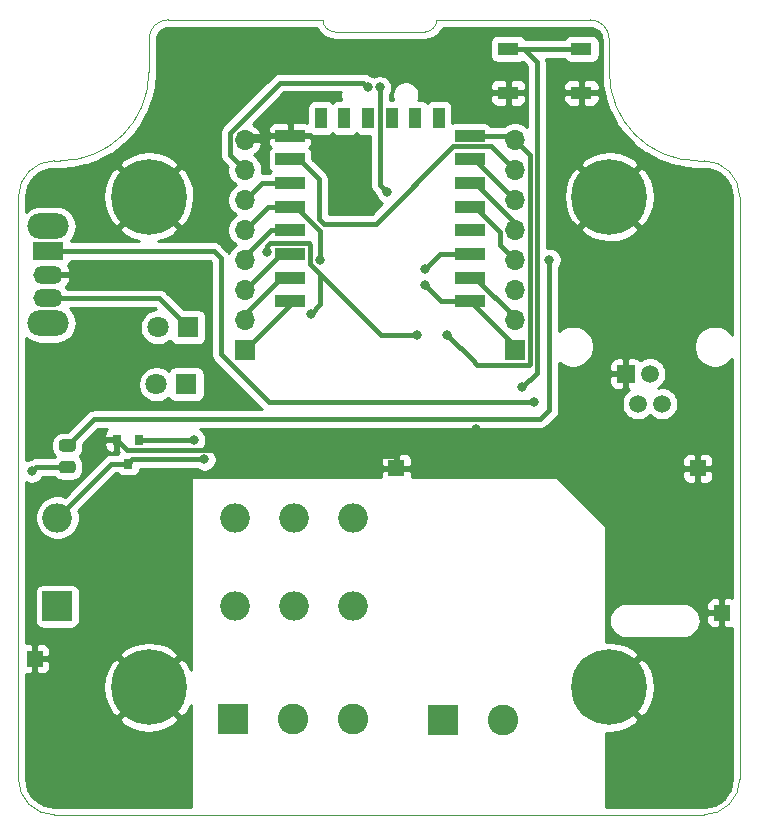
<source format=gbr>
%TF.GenerationSoftware,KiCad,Pcbnew,(5.1.7)-1*%
%TF.CreationDate,2020-11-03T18:18:40+01:00*%
%TF.ProjectId,Temperature-controller-with-ESP8266,54656d70-6572-4617-9475-72652d636f6e,rev?*%
%TF.SameCoordinates,Original*%
%TF.FileFunction,Copper,L1,Top*%
%TF.FilePolarity,Positive*%
%FSLAX46Y46*%
G04 Gerber Fmt 4.6, Leading zero omitted, Abs format (unit mm)*
G04 Created by KiCad (PCBNEW (5.1.7)-1) date 2020-11-03 18:18:40*
%MOMM*%
%LPD*%
G01*
G04 APERTURE LIST*
%TA.AperFunction,Profile*%
%ADD10C,0.050000*%
%TD*%
%TA.AperFunction,ComponentPad*%
%ADD11R,1.350000X1.350000*%
%TD*%
%TA.AperFunction,ComponentPad*%
%ADD12C,1.800000*%
%TD*%
%TA.AperFunction,ComponentPad*%
%ADD13R,1.800000X1.800000*%
%TD*%
%TA.AperFunction,ComponentPad*%
%ADD14O,1.700000X1.700000*%
%TD*%
%TA.AperFunction,ComponentPad*%
%ADD15R,1.700000X1.700000*%
%TD*%
%TA.AperFunction,ComponentPad*%
%ADD16C,1.500000*%
%TD*%
%TA.AperFunction,ComponentPad*%
%ADD17R,1.500000X1.500000*%
%TD*%
%TA.AperFunction,ComponentPad*%
%ADD18C,0.800000*%
%TD*%
%TA.AperFunction,ComponentPad*%
%ADD19C,6.400000*%
%TD*%
%TA.AperFunction,ComponentPad*%
%ADD20C,2.600000*%
%TD*%
%TA.AperFunction,ComponentPad*%
%ADD21R,2.600000X2.600000*%
%TD*%
%TA.AperFunction,ComponentPad*%
%ADD22O,3.500000X2.200000*%
%TD*%
%TA.AperFunction,ComponentPad*%
%ADD23O,2.500000X1.500000*%
%TD*%
%TA.AperFunction,ComponentPad*%
%ADD24R,2.500000X1.500000*%
%TD*%
%TA.AperFunction,SMDPad,CuDef*%
%ADD25R,1.800000X1.100000*%
%TD*%
%TA.AperFunction,ComponentPad*%
%ADD26O,2.500000X2.500000*%
%TD*%
%TA.AperFunction,ComponentPad*%
%ADD27R,2.500000X2.500000*%
%TD*%
%TA.AperFunction,SMDPad,CuDef*%
%ADD28R,0.800000X0.900000*%
%TD*%
%TA.AperFunction,SMDPad,CuDef*%
%ADD29R,2.500000X1.000000*%
%TD*%
%TA.AperFunction,SMDPad,CuDef*%
%ADD30R,1.000000X1.800000*%
%TD*%
%TA.AperFunction,ViaPad*%
%ADD31C,0.800000*%
%TD*%
%TA.AperFunction,Conductor*%
%ADD32C,0.400000*%
%TD*%
%TA.AperFunction,Conductor*%
%ADD33C,0.254000*%
%TD*%
%TA.AperFunction,Conductor*%
%ADD34C,0.150000*%
%TD*%
G04 APERTURE END LIST*
D10*
X119126000Y-53721000D02*
X132080000Y-53721000D01*
X119126000Y-53721000D02*
G75*
G02*
X118110000Y-54737000I-1016000J0D01*
G01*
X109474000Y-53721000D02*
G75*
G03*
X110490000Y-54737000I1016000J0D01*
G01*
X118110000Y-54737000D02*
X110490000Y-54737000D01*
X86741000Y-121031000D02*
G75*
G02*
X83693000Y-117983000I0J3048000D01*
G01*
X144780000Y-117983000D02*
G75*
G02*
X141732000Y-121031000I-3048000J0D01*
G01*
X83693000Y-68707000D02*
G75*
G02*
X86741000Y-65659000I3048000J0D01*
G01*
X94742000Y-58166000D02*
G75*
G02*
X87249000Y-65659000I-7493000J0D01*
G01*
X83693000Y-68707000D02*
X83693000Y-69215000D01*
X86741000Y-65659000D02*
X87249000Y-65659000D01*
X94742000Y-55372000D02*
G75*
G02*
X96393000Y-53721000I1651000J0D01*
G01*
X132080000Y-53721000D02*
G75*
G02*
X133731000Y-55372000I0J-1651000D01*
G01*
X144780000Y-117983000D02*
X144780000Y-68707000D01*
X141732000Y-65659000D02*
G75*
G02*
X144780000Y-68707000I0J-3048000D01*
G01*
X141224000Y-65659000D02*
G75*
G02*
X133731000Y-58166000I0J7493000D01*
G01*
X141732000Y-65659000D02*
X141224000Y-65659000D01*
X133731000Y-55372000D02*
X133731000Y-58166000D01*
X94742000Y-55372000D02*
X94742000Y-58166000D01*
X96393000Y-53721000D02*
X109474000Y-53721000D01*
X86741000Y-121031000D02*
X141732000Y-121031000D01*
X83693000Y-117983000D02*
X83693000Y-69215000D01*
D11*
%TO.P,H8,1*%
%TO.N,GND*%
X85090000Y-107823000D03*
%TD*%
%TO.P,H7,1*%
%TO.N,GND*%
X115697000Y-91694000D03*
%TD*%
%TO.P,H6,1*%
%TO.N,GND*%
X143256000Y-103929001D03*
%TD*%
%TO.P,H5,1*%
%TO.N,GND*%
X141224000Y-91694000D03*
%TD*%
D12*
%TO.P,D1,2*%
%TO.N,Net-(D1-Pad2)*%
X95504000Y-79756000D03*
D13*
%TO.P,D1,1*%
%TO.N,Net-(D1-Pad1)*%
X98044000Y-79756000D03*
%TD*%
D12*
%TO.P,D2,2*%
%TO.N,Net-(D2-Pad2)*%
X95377000Y-84582000D03*
D13*
%TO.P,D2,1*%
%TO.N,Net-(D2-Pad1)*%
X97917000Y-84582000D03*
%TD*%
D14*
%TO.P,J5,8*%
%TO.N,GND*%
X102870000Y-63881000D03*
%TO.P,J5,7*%
%TO.N,+5V*%
X102870000Y-66421000D03*
%TO.P,J5,6*%
%TO.N,GPIO2*%
X102870000Y-68961000D03*
%TO.P,J5,5*%
%TO.N,GPIO0*%
X102870000Y-71501000D03*
%TO.P,J5,4*%
%TO.N,GPIO4*%
X102870000Y-74041000D03*
%TO.P,J5,3*%
%TO.N,GPIO5*%
X102870000Y-76581000D03*
%TO.P,J5,2*%
%TO.N,GPIO3*%
X102870000Y-79121000D03*
D15*
%TO.P,J5,1*%
%TO.N,GPIO1*%
X102870000Y-81661000D03*
%TD*%
D14*
%TO.P,J4,8*%
%TO.N,+3V3*%
X125730000Y-63881000D03*
%TO.P,J4,7*%
%TO.N,GPIO15*%
X125730000Y-66421000D03*
%TO.P,J4,6*%
%TO.N,GPIO13*%
X125730000Y-68961000D03*
%TO.P,J4,5*%
%TO.N,DATA*%
X125730000Y-71501000D03*
%TO.P,J4,4*%
%TO.N,GPIO14*%
X125730000Y-74041000D03*
%TO.P,J4,3*%
%TO.N,BUTTON*%
X125730000Y-76581000D03*
%TO.P,J4,2*%
%TO.N,ADC*%
X125730000Y-79121000D03*
D15*
%TO.P,J4,1*%
%TO.N,RST*%
X125730000Y-81661000D03*
%TD*%
D16*
%TO.P,J1,4*%
%TO.N,+3V3*%
X138188000Y-86233000D03*
%TO.P,J1,3*%
%TO.N,N/C*%
X137168000Y-83693000D03*
%TO.P,J1,2*%
%TO.N,DATA*%
X136148000Y-86233000D03*
D17*
%TO.P,J1,1*%
%TO.N,GND*%
X135128000Y-83693000D03*
%TD*%
D18*
%TO.P,H4,1*%
%TO.N,GND*%
X93044944Y-70404056D03*
X94742000Y-71107000D03*
X96439056Y-70404056D03*
X97142000Y-68707000D03*
X96439056Y-67009944D03*
X94742000Y-66307000D03*
X93044944Y-67009944D03*
X92342000Y-68707000D03*
D19*
X94742000Y-68707000D03*
%TD*%
D18*
%TO.P,H3,1*%
%TO.N,GND*%
X132033944Y-70404056D03*
X133731000Y-71107000D03*
X135428056Y-70404056D03*
X136131000Y-68707000D03*
X135428056Y-67009944D03*
X133731000Y-66307000D03*
X132033944Y-67009944D03*
X131331000Y-68707000D03*
D19*
X133731000Y-68707000D03*
%TD*%
D18*
%TO.P,H2,1*%
%TO.N,GND*%
X132033944Y-111933056D03*
X133731000Y-112636000D03*
X135428056Y-111933056D03*
X136131000Y-110236000D03*
X135428056Y-108538944D03*
X133731000Y-107836000D03*
X132033944Y-108538944D03*
X131331000Y-110236000D03*
D19*
X133731000Y-110236000D03*
%TD*%
D18*
%TO.P,H1,1*%
%TO.N,GND*%
X93044944Y-111933056D03*
X94742000Y-112636000D03*
X96439056Y-111933056D03*
X97142000Y-110236000D03*
X96439056Y-108538944D03*
X94742000Y-107836000D03*
X93044944Y-108538944D03*
X92342000Y-110236000D03*
D19*
X94742000Y-110236000D03*
%TD*%
D20*
%TO.P,J9,3*%
%TO.N,NO*%
X112014000Y-112903000D03*
%TO.P,J9,2*%
%TO.N,COM*%
X106934000Y-112903000D03*
D21*
%TO.P,J9,1*%
%TO.N,NC*%
X101854000Y-112903000D03*
%TD*%
D20*
%TO.P,J8,2*%
%TO.N,L*%
X124714000Y-113030000D03*
D21*
%TO.P,J8,1*%
%TO.N,N*%
X119634000Y-113030000D03*
%TD*%
D22*
%TO.P,SW2,*%
%TO.N,*%
X86233000Y-79411000D03*
X86233000Y-71211000D03*
D23*
%TO.P,SW2,3*%
%TO.N,Net-(D1-Pad1)*%
X86233000Y-77311000D03*
%TO.P,SW2,2*%
%TO.N,GND*%
X86233000Y-75311000D03*
D24*
%TO.P,SW2,1*%
%TO.N,BUTTON*%
X86233000Y-73311000D03*
%TD*%
D25*
%TO.P,SW1,2*%
%TO.N,RST*%
X125170000Y-56189000D03*
X131370000Y-56189000D03*
%TO.P,SW1,1*%
%TO.N,GND*%
X125170000Y-59889000D03*
X131370000Y-59889000D03*
%TD*%
D26*
%TO.P,RL1,8*%
%TO.N,Net-(D2-Pad1)*%
X86995000Y-95878000D03*
%TO.P,RL1,7*%
%TO.N,NC*%
X101995000Y-95878000D03*
%TO.P,RL1,6*%
%TO.N,COM*%
X106995000Y-95878000D03*
%TO.P,RL1,5*%
%TO.N,NO*%
X111995000Y-95878000D03*
%TO.P,RL1,4*%
X111995000Y-103378000D03*
%TO.P,RL1,3*%
%TO.N,COM*%
X106995000Y-103378000D03*
%TO.P,RL1,2*%
%TO.N,NC*%
X101995000Y-103378000D03*
D27*
%TO.P,RL1,1*%
%TO.N,+5V*%
X86995000Y-103378000D03*
%TD*%
D28*
%TO.P,Q4,3*%
%TO.N,Net-(D2-Pad1)*%
X92964000Y-91297000D03*
%TO.P,Q4,2*%
%TO.N,GND*%
X92014000Y-89297000D03*
%TO.P,Q4,1*%
%TO.N,Net-(Q4-Pad1)*%
X93914000Y-89297000D03*
%TD*%
%TO.P,R14,2*%
%TO.N,GPIO14*%
%TA.AperFunction,SMDPad,CuDef*%
G36*
G01*
X88283202Y-90278000D02*
X87383198Y-90278000D01*
G75*
G02*
X87133200Y-90028002I0J249998D01*
G01*
X87133200Y-89502998D01*
G75*
G02*
X87383198Y-89253000I249998J0D01*
G01*
X88283202Y-89253000D01*
G75*
G02*
X88533200Y-89502998I0J-249998D01*
G01*
X88533200Y-90028002D01*
G75*
G02*
X88283202Y-90278000I-249998J0D01*
G01*
G37*
%TD.AperFunction*%
%TO.P,R14,1*%
%TO.N,Net-(R14-Pad1)*%
%TA.AperFunction,SMDPad,CuDef*%
G36*
G01*
X88283202Y-92103000D02*
X87383198Y-92103000D01*
G75*
G02*
X87133200Y-91853002I0J249998D01*
G01*
X87133200Y-91327998D01*
G75*
G02*
X87383198Y-91078000I249998J0D01*
G01*
X88283202Y-91078000D01*
G75*
G02*
X88533200Y-91327998I0J-249998D01*
G01*
X88533200Y-91853002D01*
G75*
G02*
X88283202Y-92103000I-249998J0D01*
G01*
G37*
%TD.AperFunction*%
%TD*%
D29*
%TO.P,U1,22*%
%TO.N,GPIO1*%
X106700000Y-77541000D03*
%TO.P,U1,21*%
%TO.N,GPIO3*%
X106700000Y-75541000D03*
%TO.P,U1,20*%
%TO.N,GPIO5*%
X106700000Y-73541000D03*
%TO.P,U1,19*%
%TO.N,GPIO4*%
X106700000Y-71541000D03*
%TO.P,U1,18*%
%TO.N,GPIO0*%
X106700000Y-69541000D03*
%TO.P,U1,17*%
%TO.N,GPIO2*%
X106700000Y-67541000D03*
%TO.P,U1,16*%
%TO.N,GPIO15*%
X106700000Y-65541000D03*
%TO.P,U1,15*%
%TO.N,GND*%
X106700000Y-63541000D03*
D30*
%TO.P,U1,14*%
%TO.N,N/C*%
X109300000Y-62041000D03*
%TO.P,U1,13*%
X111300000Y-62041000D03*
%TO.P,U1,12*%
X113300000Y-62041000D03*
%TO.P,U1,11*%
X115300000Y-62041000D03*
%TO.P,U1,10*%
X117300000Y-62041000D03*
%TO.P,U1,9*%
X119300000Y-62041000D03*
D29*
%TO.P,U1,8*%
%TO.N,+3V3*%
X121900000Y-63541000D03*
%TO.P,U1,7*%
%TO.N,GPIO13*%
X121900000Y-65541000D03*
%TO.P,U1,6*%
%TO.N,DATA*%
X121900000Y-67541000D03*
%TO.P,U1,5*%
%TO.N,GPIO14*%
X121900000Y-69541000D03*
%TO.P,U1,4*%
%TO.N,N/C*%
X121900000Y-71541000D03*
%TO.P,U1,3*%
%TO.N,EN*%
X121900000Y-73541000D03*
%TO.P,U1,2*%
%TO.N,ADC*%
X121900000Y-75541000D03*
%TO.P,U1,1*%
%TO.N,RST*%
X121900000Y-77541000D03*
%TD*%
D31*
%TO.N,+3V3*%
X104775000Y-73406000D03*
X117475000Y-80391000D03*
X108444314Y-78626686D03*
X120015000Y-80391000D03*
%TO.N,GND*%
X90424000Y-89281000D03*
X122428000Y-88392000D03*
X127635000Y-90424000D03*
X111633000Y-90678000D03*
X117094000Y-88900000D03*
%TO.N,+5V*%
X113299997Y-59436000D03*
%TO.N,RST*%
X126365000Y-84836000D03*
X118110000Y-76200000D03*
%TO.N,Net-(J3-Pad3)*%
X114300000Y-59436000D03*
X114935000Y-68326000D03*
%TO.N,GPIO0*%
X109220000Y-74041000D03*
%TO.N,EN*%
X118110000Y-74803000D03*
%TO.N,Net-(Q4-Pad1)*%
X98552000Y-89281000D03*
%TO.N,BUTTON*%
X127381000Y-86106000D03*
%TO.N,Net-(R14-Pad1)*%
X84836000Y-91948000D03*
%TO.N,GPIO14*%
X128651000Y-74041000D03*
%TO.N,Net-(D2-Pad1)*%
X99441000Y-90947001D03*
%TD*%
D32*
%TO.N,+3V3*%
X108419999Y-72790997D02*
X108419999Y-74425001D01*
X108270001Y-72640999D02*
X108419999Y-72790997D01*
X104974316Y-72640999D02*
X108270001Y-72640999D01*
X104775000Y-72840315D02*
X104974316Y-72640999D01*
X114385998Y-80391000D02*
X117475000Y-80391000D01*
X104775000Y-73406000D02*
X104775000Y-72840315D01*
X109262999Y-77808001D02*
X109262999Y-75268001D01*
X108444314Y-78626686D02*
X109262999Y-77808001D01*
X109262999Y-75268001D02*
X114385998Y-80391000D01*
X108419999Y-74425001D02*
X109262999Y-75268001D01*
X125390000Y-63541000D02*
X125730000Y-63881000D01*
X121900000Y-63541000D02*
X125390000Y-63541000D01*
X126900001Y-82911001D02*
X122535001Y-82911001D01*
X126980001Y-82831001D02*
X126900001Y-82911001D01*
X126980001Y-65131001D02*
X126980001Y-82831001D01*
X125730000Y-63881000D02*
X126980001Y-65131001D01*
X122174000Y-82550000D02*
X120015000Y-80391000D01*
X122535001Y-82911001D02*
X122174000Y-82550000D01*
%TO.N,GND*%
X103210000Y-63541000D02*
X102870000Y-63881000D01*
X106700000Y-63541000D02*
X103210000Y-63541000D01*
X91998000Y-89281000D02*
X92014000Y-89297000D01*
X90424000Y-89281000D02*
X91998000Y-89281000D01*
X92014000Y-89297000D02*
X92864001Y-90147001D01*
X122428000Y-88392000D02*
X124460000Y-90424000D01*
X124460000Y-90424000D02*
X127635000Y-90424000D01*
X111102001Y-90147001D02*
X107718999Y-90147001D01*
X111633000Y-90678000D02*
X111102001Y-90147001D01*
X107718999Y-90147001D02*
X107972999Y-90147001D01*
X92864001Y-90147001D02*
X107718999Y-90147001D01*
X115316000Y-90678000D02*
X111633000Y-90678000D01*
X117094000Y-88900000D02*
X115316000Y-90678000D01*
%TO.N,+5V*%
X101619999Y-63280999D02*
X101619999Y-65170999D01*
X105864997Y-59036001D02*
X101619999Y-63280999D01*
X101619999Y-65170999D02*
X102870000Y-66421000D01*
X112899998Y-59036001D02*
X105864997Y-59036001D01*
X113299997Y-59436000D02*
X112899998Y-59036001D01*
X112899998Y-59036001D02*
X111797997Y-59036001D01*
%TO.N,RST*%
X125730000Y-81371000D02*
X121900000Y-77541000D01*
X125730000Y-81661000D02*
X125730000Y-81371000D01*
X125170000Y-56189000D02*
X131370000Y-56189000D01*
X127580010Y-83620990D02*
X126365000Y-84836000D01*
X121717000Y-77724000D02*
X121900000Y-77541000D01*
X127580010Y-57299010D02*
X127580010Y-83620990D01*
X126470000Y-56189000D02*
X127580010Y-57299010D01*
X125170000Y-56189000D02*
X126470000Y-56189000D01*
X119451000Y-77541000D02*
X121900000Y-77541000D01*
X118110000Y-76200000D02*
X119451000Y-77541000D01*
%TO.N,Net-(J3-Pad3)*%
X114300000Y-67691000D02*
X114935000Y-68326000D01*
X114300000Y-59436000D02*
X114300000Y-67691000D01*
%TO.N,GPIO0*%
X104830000Y-69541000D02*
X102870000Y-71501000D01*
X106700000Y-69541000D02*
X104830000Y-69541000D01*
X107170002Y-69541000D02*
X106700000Y-69541000D01*
X109220000Y-71590998D02*
X107170002Y-69541000D01*
X109220000Y-74041000D02*
X109220000Y-71590998D01*
%TO.N,EN*%
X119372000Y-73541000D02*
X121900000Y-73541000D01*
X118110000Y-74803000D02*
X119372000Y-73541000D01*
%TO.N,Net-(Q4-Pad1)*%
X98536000Y-89297000D02*
X98552000Y-89281000D01*
X93914000Y-89297000D02*
X98536000Y-89297000D01*
%TO.N,GPIO2*%
X104290000Y-67541000D02*
X102870000Y-68961000D01*
X106700000Y-67541000D02*
X104290000Y-67541000D01*
%TO.N,GPIO15*%
X123750001Y-64441001D02*
X125730000Y-66421000D01*
X120529997Y-64441001D02*
X123750001Y-64441001D01*
X109560999Y-71031001D02*
X113939997Y-71031001D01*
X109144999Y-70615001D02*
X109560999Y-71031001D01*
X109144999Y-67235999D02*
X109144999Y-70615001D01*
X113939997Y-71031001D02*
X120529997Y-64441001D01*
X107450000Y-65541000D02*
X109144999Y-67235999D01*
X106700000Y-65541000D02*
X107450000Y-65541000D01*
%TO.N,BUTTON*%
X86233000Y-73311000D02*
X100235000Y-73311000D01*
X100235000Y-73311000D02*
X100838000Y-73914000D01*
X104894998Y-86106000D02*
X127381000Y-86106000D01*
X100838000Y-82049002D02*
X104894998Y-86106000D01*
X100838000Y-73914000D02*
X100838000Y-82049002D01*
%TO.N,Net-(R14-Pad1)*%
X85193500Y-91590500D02*
X84836000Y-91948000D01*
X87833200Y-91590500D02*
X85193500Y-91590500D01*
%TO.N,ADC*%
X122370002Y-75541000D02*
X121900000Y-75541000D01*
X125730000Y-78900998D02*
X122370002Y-75541000D01*
X125730000Y-79121000D02*
X125730000Y-78900998D01*
%TO.N,DATA*%
X122370002Y-67541000D02*
X121900000Y-67541000D01*
X125730000Y-70900998D02*
X122370002Y-67541000D01*
X125730000Y-71501000D02*
X125730000Y-70900998D01*
%TO.N,GPIO13*%
X122310000Y-65541000D02*
X121900000Y-65541000D01*
X125730000Y-68961000D02*
X122310000Y-65541000D01*
%TO.N,GPIO14*%
X122370002Y-69541000D02*
X121900000Y-69541000D01*
X124479999Y-71650997D02*
X122370002Y-69541000D01*
X124479999Y-72790999D02*
X124479999Y-71650997D01*
X125730000Y-74041000D02*
X124479999Y-72790999D01*
X90057699Y-87541001D02*
X87833200Y-89765500D01*
X127892001Y-87541001D02*
X90057699Y-87541001D01*
X128651000Y-86782002D02*
X127892001Y-87541001D01*
X128651000Y-74041000D02*
X128651000Y-86782002D01*
%TO.N,GPIO4*%
X102870000Y-73721000D02*
X102870000Y-74041000D01*
X105050000Y-71541000D02*
X102870000Y-73721000D01*
X106700000Y-71541000D02*
X105050000Y-71541000D01*
%TO.N,GPIO5*%
X102910000Y-76581000D02*
X102870000Y-76581000D01*
X105950000Y-73541000D02*
X102910000Y-76581000D01*
X106700000Y-73541000D02*
X105950000Y-73541000D01*
%TO.N,GPIO3*%
X102870000Y-78621000D02*
X102870000Y-79121000D01*
X105950000Y-75541000D02*
X102870000Y-78621000D01*
X106700000Y-75541000D02*
X105950000Y-75541000D01*
%TO.N,GPIO1*%
X106700000Y-77831000D02*
X102870000Y-81661000D01*
X106700000Y-77541000D02*
X106700000Y-77831000D01*
%TO.N,Net-(D2-Pad1)*%
X91576000Y-91297000D02*
X86995000Y-95878000D01*
X92964000Y-91297000D02*
X91576000Y-91297000D01*
X93313999Y-90947001D02*
X92964000Y-91297000D01*
X99441000Y-90947001D02*
X93313999Y-90947001D01*
%TO.N,Net-(D1-Pad1)*%
X95599000Y-77311000D02*
X98044000Y-79756000D01*
X86233000Y-77311000D02*
X95599000Y-77311000D01*
%TD*%
D33*
%TO.N,GND*%
X108968493Y-54420492D02*
X108972819Y-54428629D01*
X109067130Y-54603052D01*
X109100575Y-54652636D01*
X109133335Y-54702699D01*
X109139159Y-54709840D01*
X109265554Y-54862624D01*
X109307969Y-54904744D01*
X109349851Y-54947513D01*
X109356952Y-54953387D01*
X109510614Y-55078711D01*
X109560423Y-55111803D01*
X109609795Y-55145610D01*
X109617902Y-55149993D01*
X109792980Y-55243084D01*
X109848275Y-55265875D01*
X109903270Y-55289446D01*
X109912074Y-55292171D01*
X110101900Y-55349482D01*
X110160566Y-55361098D01*
X110219087Y-55373537D01*
X110228252Y-55374500D01*
X110425593Y-55393850D01*
X110425598Y-55393850D01*
X110457581Y-55397000D01*
X118142419Y-55397000D01*
X118170690Y-55394216D01*
X118176911Y-55394259D01*
X118186083Y-55393359D01*
X118383284Y-55372632D01*
X118441834Y-55360613D01*
X118500639Y-55349396D01*
X118509461Y-55346732D01*
X118698882Y-55288097D01*
X118754009Y-55264924D01*
X118809492Y-55242507D01*
X118817629Y-55238181D01*
X118992052Y-55143870D01*
X119041636Y-55110425D01*
X119091699Y-55077665D01*
X119098840Y-55071841D01*
X119251624Y-54945446D01*
X119293744Y-54903031D01*
X119336513Y-54861149D01*
X119342387Y-54854048D01*
X119467711Y-54700386D01*
X119500803Y-54650577D01*
X119534610Y-54601205D01*
X119538993Y-54593098D01*
X119632084Y-54418020D01*
X119647342Y-54381000D01*
X132047721Y-54381000D01*
X132271872Y-54402978D01*
X132456435Y-54458701D01*
X132626660Y-54549212D01*
X132776061Y-54671060D01*
X132898953Y-54819611D01*
X132990650Y-54989202D01*
X133047660Y-55173372D01*
X133071000Y-55395439D01*
X133071001Y-58198419D01*
X133072976Y-58218470D01*
X133128083Y-59119459D01*
X133129580Y-59130603D01*
X133129835Y-59141852D01*
X133139310Y-59206796D01*
X133349029Y-60270831D01*
X133352985Y-60285290D01*
X133355485Y-60300074D01*
X133374236Y-60362971D01*
X133735359Y-61385585D01*
X133741359Y-61399319D01*
X133745968Y-61413589D01*
X133773602Y-61473121D01*
X134278563Y-62432893D01*
X134286481Y-62445615D01*
X134293104Y-62459074D01*
X134329042Y-62513992D01*
X134967263Y-63390818D01*
X134976940Y-63402270D01*
X134985432Y-63414625D01*
X135028921Y-63463780D01*
X135787033Y-64239291D01*
X135798259Y-64249223D01*
X135808448Y-64260226D01*
X135858578Y-64302588D01*
X136720699Y-64960538D01*
X136733241Y-64968745D01*
X136744911Y-64978162D01*
X136800631Y-65012845D01*
X137748701Y-65539451D01*
X137762299Y-65545763D01*
X137775204Y-65553395D01*
X137835347Y-65579670D01*
X138849505Y-65963900D01*
X138863872Y-65968183D01*
X138877743Y-65973872D01*
X138941049Y-65991191D01*
X140000051Y-66224997D01*
X140014887Y-66227161D01*
X140029433Y-66230788D01*
X140094576Y-66238786D01*
X141167798Y-66316658D01*
X141191581Y-66319000D01*
X141699721Y-66319000D01*
X142195216Y-66367584D01*
X142640793Y-66502112D01*
X143051746Y-66720620D01*
X143412434Y-67014788D01*
X143709119Y-67373419D01*
X143930491Y-67782838D01*
X144068126Y-68227465D01*
X144120001Y-68721021D01*
X144120001Y-80368123D01*
X144044500Y-80255129D01*
X143795871Y-80006500D01*
X143503515Y-79811153D01*
X143178665Y-79676596D01*
X142833807Y-79608000D01*
X142482193Y-79608000D01*
X142137335Y-79676596D01*
X141812485Y-79811153D01*
X141520129Y-80006500D01*
X141271500Y-80255129D01*
X141076153Y-80547485D01*
X140941596Y-80872335D01*
X140873000Y-81217193D01*
X140873000Y-81568807D01*
X140941596Y-81913665D01*
X141076153Y-82238515D01*
X141271500Y-82530871D01*
X141520129Y-82779500D01*
X141812485Y-82974847D01*
X142137335Y-83109404D01*
X142482193Y-83178000D01*
X142833807Y-83178000D01*
X143178665Y-83109404D01*
X143503515Y-82974847D01*
X143795871Y-82779500D01*
X144044500Y-82530871D01*
X144120001Y-82417877D01*
X144120000Y-102647760D01*
X144055482Y-102628189D01*
X143931000Y-102615929D01*
X143541750Y-102619001D01*
X143383000Y-102777751D01*
X143383000Y-103802001D01*
X143403000Y-103802001D01*
X143403000Y-104056001D01*
X143383000Y-104056001D01*
X143383000Y-105080251D01*
X143541750Y-105239001D01*
X143931000Y-105242073D01*
X144055482Y-105229813D01*
X144120000Y-105210242D01*
X144120000Y-117950721D01*
X144071416Y-118446216D01*
X143936890Y-118891790D01*
X143718382Y-119302745D01*
X143424209Y-119663436D01*
X143065581Y-119960119D01*
X142656162Y-120181491D01*
X142211535Y-120319126D01*
X141717990Y-120371000D01*
X133477000Y-120371000D01*
X133477000Y-114065393D01*
X133706695Y-114089480D01*
X134458938Y-114020178D01*
X135183208Y-113805452D01*
X135851670Y-113453555D01*
X135892088Y-113426548D01*
X136252276Y-112936881D01*
X133731000Y-110415605D01*
X133716858Y-110429748D01*
X133537253Y-110250143D01*
X133551395Y-110236000D01*
X133910605Y-110236000D01*
X136431881Y-112757276D01*
X136921548Y-112397088D01*
X137281849Y-111733118D01*
X137505694Y-111011615D01*
X137584480Y-110260305D01*
X137515178Y-109508062D01*
X137300452Y-108783792D01*
X136948555Y-108115330D01*
X136921548Y-108074912D01*
X136431881Y-107714724D01*
X133910605Y-110236000D01*
X133551395Y-110236000D01*
X133537253Y-110221858D01*
X133716858Y-110042253D01*
X133731000Y-110056395D01*
X136252276Y-107535119D01*
X135892088Y-107045452D01*
X135228118Y-106685151D01*
X134506615Y-106461306D01*
X133755305Y-106382520D01*
X133477000Y-106408159D01*
X133477000Y-104597200D01*
X133674215Y-104597200D01*
X133702887Y-104888311D01*
X133787801Y-105168234D01*
X133925694Y-105426214D01*
X134111266Y-105652334D01*
X134337386Y-105837906D01*
X134595366Y-105975799D01*
X134875289Y-106060713D01*
X135093450Y-106082200D01*
X140039350Y-106082200D01*
X140257511Y-106060713D01*
X140537434Y-105975799D01*
X140795414Y-105837906D01*
X141021534Y-105652334D01*
X141207106Y-105426214D01*
X141344999Y-105168234D01*
X141429913Y-104888311D01*
X141457915Y-104604001D01*
X141942928Y-104604001D01*
X141955188Y-104728483D01*
X141991498Y-104848181D01*
X142050463Y-104958495D01*
X142129815Y-105055186D01*
X142226506Y-105134538D01*
X142336820Y-105193503D01*
X142456518Y-105229813D01*
X142581000Y-105242073D01*
X142970250Y-105239001D01*
X143129000Y-105080251D01*
X143129000Y-104056001D01*
X142104750Y-104056001D01*
X141946000Y-104214751D01*
X141942928Y-104604001D01*
X141457915Y-104604001D01*
X141458585Y-104597200D01*
X141429913Y-104306089D01*
X141344999Y-104026166D01*
X141207106Y-103768186D01*
X141021534Y-103542066D01*
X140795414Y-103356494D01*
X140603663Y-103254001D01*
X141942928Y-103254001D01*
X141946000Y-103643251D01*
X142104750Y-103802001D01*
X143129000Y-103802001D01*
X143129000Y-102777751D01*
X142970250Y-102619001D01*
X142581000Y-102615929D01*
X142456518Y-102628189D01*
X142336820Y-102664499D01*
X142226506Y-102723464D01*
X142129815Y-102802816D01*
X142050463Y-102899507D01*
X141991498Y-103009821D01*
X141955188Y-103129519D01*
X141942928Y-103254001D01*
X140603663Y-103254001D01*
X140537434Y-103218601D01*
X140257511Y-103133687D01*
X140039350Y-103112200D01*
X135093450Y-103112200D01*
X134875289Y-103133687D01*
X134595366Y-103218601D01*
X134337386Y-103356494D01*
X134111266Y-103542066D01*
X133925694Y-103768186D01*
X133787801Y-104026166D01*
X133702887Y-104306089D01*
X133674215Y-104597200D01*
X133477000Y-104597200D01*
X133477000Y-96647000D01*
X133474560Y-96622224D01*
X133467333Y-96598399D01*
X133455597Y-96576443D01*
X133439803Y-96557197D01*
X129375803Y-92493197D01*
X129356557Y-92477403D01*
X129334601Y-92465667D01*
X129310776Y-92458440D01*
X129286000Y-92456000D01*
X117001504Y-92456000D01*
X117010072Y-92369000D01*
X139910928Y-92369000D01*
X139923188Y-92493482D01*
X139959498Y-92613180D01*
X140018463Y-92723494D01*
X140097815Y-92820185D01*
X140194506Y-92899537D01*
X140304820Y-92958502D01*
X140424518Y-92994812D01*
X140549000Y-93007072D01*
X140938250Y-93004000D01*
X141097000Y-92845250D01*
X141097000Y-91821000D01*
X141351000Y-91821000D01*
X141351000Y-92845250D01*
X141509750Y-93004000D01*
X141899000Y-93007072D01*
X142023482Y-92994812D01*
X142143180Y-92958502D01*
X142253494Y-92899537D01*
X142350185Y-92820185D01*
X142429537Y-92723494D01*
X142488502Y-92613180D01*
X142524812Y-92493482D01*
X142537072Y-92369000D01*
X142534000Y-91979750D01*
X142375250Y-91821000D01*
X141351000Y-91821000D01*
X141097000Y-91821000D01*
X140072750Y-91821000D01*
X139914000Y-91979750D01*
X139910928Y-92369000D01*
X117010072Y-92369000D01*
X117007000Y-91979750D01*
X116848250Y-91821000D01*
X115824000Y-91821000D01*
X115824000Y-91841000D01*
X115570000Y-91841000D01*
X115570000Y-91821000D01*
X114545750Y-91821000D01*
X114387000Y-91979750D01*
X114383928Y-92369000D01*
X114392496Y-92456000D01*
X98425000Y-92456000D01*
X98400224Y-92458440D01*
X98376399Y-92465667D01*
X98354443Y-92477403D01*
X98335197Y-92493197D01*
X98319403Y-92512443D01*
X98307667Y-92534399D01*
X98300440Y-92558224D01*
X98298000Y-92583000D01*
X98298000Y-108758239D01*
X97959555Y-108115330D01*
X97932548Y-108074912D01*
X97442881Y-107714724D01*
X94921605Y-110236000D01*
X97442881Y-112757276D01*
X97932548Y-112397088D01*
X98292849Y-111733118D01*
X98298000Y-111716515D01*
X98298000Y-120371000D01*
X86773279Y-120371000D01*
X86277784Y-120322416D01*
X85832210Y-120187890D01*
X85421255Y-119969382D01*
X85060564Y-119675209D01*
X84763881Y-119316581D01*
X84542509Y-118907162D01*
X84404874Y-118462535D01*
X84353000Y-117968990D01*
X84353000Y-112936881D01*
X92220724Y-112936881D01*
X92580912Y-113426548D01*
X93244882Y-113786849D01*
X93966385Y-114010694D01*
X94717695Y-114089480D01*
X95469938Y-114020178D01*
X96194208Y-113805452D01*
X96862670Y-113453555D01*
X96903088Y-113426548D01*
X97263276Y-112936881D01*
X94742000Y-110415605D01*
X92220724Y-112936881D01*
X84353000Y-112936881D01*
X84353000Y-110211695D01*
X90888520Y-110211695D01*
X90957822Y-110963938D01*
X91172548Y-111688208D01*
X91524445Y-112356670D01*
X91551452Y-112397088D01*
X92041119Y-112757276D01*
X94562395Y-110236000D01*
X92041119Y-107714724D01*
X91551452Y-108074912D01*
X91191151Y-108738882D01*
X90967306Y-109460385D01*
X90888520Y-110211695D01*
X84353000Y-110211695D01*
X84353000Y-109129966D01*
X84415000Y-109136072D01*
X84804250Y-109133000D01*
X84963000Y-108974250D01*
X84963000Y-107950000D01*
X85217000Y-107950000D01*
X85217000Y-108974250D01*
X85375750Y-109133000D01*
X85765000Y-109136072D01*
X85889482Y-109123812D01*
X86009180Y-109087502D01*
X86119494Y-109028537D01*
X86216185Y-108949185D01*
X86295537Y-108852494D01*
X86354502Y-108742180D01*
X86390812Y-108622482D01*
X86403072Y-108498000D01*
X86400000Y-108108750D01*
X86241250Y-107950000D01*
X85217000Y-107950000D01*
X84963000Y-107950000D01*
X84943000Y-107950000D01*
X84943000Y-107696000D01*
X84963000Y-107696000D01*
X84963000Y-106671750D01*
X85217000Y-106671750D01*
X85217000Y-107696000D01*
X86241250Y-107696000D01*
X86400000Y-107537250D01*
X86400016Y-107535119D01*
X92220724Y-107535119D01*
X94742000Y-110056395D01*
X97263276Y-107535119D01*
X96903088Y-107045452D01*
X96239118Y-106685151D01*
X95517615Y-106461306D01*
X94766305Y-106382520D01*
X94014062Y-106451822D01*
X93289792Y-106666548D01*
X92621330Y-107018445D01*
X92580912Y-107045452D01*
X92220724Y-107535119D01*
X86400016Y-107535119D01*
X86403072Y-107148000D01*
X86390812Y-107023518D01*
X86354502Y-106903820D01*
X86295537Y-106793506D01*
X86216185Y-106696815D01*
X86119494Y-106617463D01*
X86009180Y-106558498D01*
X85889482Y-106522188D01*
X85765000Y-106509928D01*
X85375750Y-106513000D01*
X85217000Y-106671750D01*
X84963000Y-106671750D01*
X84804250Y-106513000D01*
X84415000Y-106509928D01*
X84353000Y-106516034D01*
X84353000Y-102128000D01*
X85106928Y-102128000D01*
X85106928Y-104628000D01*
X85119188Y-104752482D01*
X85155498Y-104872180D01*
X85214463Y-104982494D01*
X85293815Y-105079185D01*
X85390506Y-105158537D01*
X85500820Y-105217502D01*
X85620518Y-105253812D01*
X85745000Y-105266072D01*
X88245000Y-105266072D01*
X88369482Y-105253812D01*
X88489180Y-105217502D01*
X88599494Y-105158537D01*
X88696185Y-105079185D01*
X88775537Y-104982494D01*
X88834502Y-104872180D01*
X88870812Y-104752482D01*
X88883072Y-104628000D01*
X88883072Y-102128000D01*
X88870812Y-102003518D01*
X88834502Y-101883820D01*
X88775537Y-101773506D01*
X88696185Y-101676815D01*
X88599494Y-101597463D01*
X88489180Y-101538498D01*
X88369482Y-101502188D01*
X88245000Y-101489928D01*
X85745000Y-101489928D01*
X85620518Y-101502188D01*
X85500820Y-101538498D01*
X85390506Y-101597463D01*
X85293815Y-101676815D01*
X85214463Y-101773506D01*
X85155498Y-101883820D01*
X85119188Y-102003518D01*
X85106928Y-102128000D01*
X84353000Y-102128000D01*
X84353000Y-92868211D01*
X84534102Y-92943226D01*
X84734061Y-92983000D01*
X84937939Y-92983000D01*
X85137898Y-92943226D01*
X85326256Y-92865205D01*
X85495774Y-92751937D01*
X85639937Y-92607774D01*
X85753205Y-92438256D01*
X85758489Y-92425500D01*
X86709721Y-92425500D01*
X86755238Y-92480962D01*
X86889813Y-92591405D01*
X87043348Y-92673472D01*
X87209944Y-92724008D01*
X87383198Y-92741072D01*
X88283202Y-92741072D01*
X88456456Y-92724008D01*
X88623052Y-92673472D01*
X88776587Y-92591405D01*
X88911162Y-92480962D01*
X89021605Y-92346387D01*
X89103672Y-92192852D01*
X89154208Y-92026256D01*
X89171272Y-91853002D01*
X89171272Y-91327998D01*
X89154208Y-91154744D01*
X89103672Y-90988148D01*
X89021605Y-90834613D01*
X88911162Y-90700038D01*
X88884309Y-90678000D01*
X88911162Y-90655962D01*
X89021605Y-90521387D01*
X89103672Y-90367852D01*
X89154208Y-90201256D01*
X89171272Y-90028002D01*
X89171272Y-89747000D01*
X90975928Y-89747000D01*
X90988188Y-89871482D01*
X91024498Y-89991180D01*
X91083463Y-90101494D01*
X91162815Y-90198185D01*
X91259506Y-90277537D01*
X91369820Y-90336502D01*
X91489518Y-90372812D01*
X91614000Y-90385072D01*
X91728250Y-90382000D01*
X91887000Y-90223250D01*
X91887000Y-89424000D01*
X91137750Y-89424000D01*
X90979000Y-89582750D01*
X90975928Y-89747000D01*
X89171272Y-89747000D01*
X89171272Y-89608296D01*
X90403568Y-88376001D01*
X91186959Y-88376001D01*
X91162815Y-88395815D01*
X91083463Y-88492506D01*
X91024498Y-88602820D01*
X90988188Y-88722518D01*
X90975928Y-88847000D01*
X90979000Y-89011250D01*
X91137750Y-89170000D01*
X91887000Y-89170000D01*
X91887000Y-89150000D01*
X92141000Y-89150000D01*
X92141000Y-89170000D01*
X92161000Y-89170000D01*
X92161000Y-89424000D01*
X92141000Y-89424000D01*
X92141000Y-90223250D01*
X92225607Y-90307857D01*
X92209506Y-90316463D01*
X92112815Y-90395815D01*
X92058499Y-90462000D01*
X91617007Y-90462000D01*
X91575999Y-90457961D01*
X91534991Y-90462000D01*
X91534981Y-90462000D01*
X91412311Y-90474082D01*
X91254913Y-90521828D01*
X91109854Y-90599364D01*
X90982709Y-90703709D01*
X90956561Y-90735571D01*
X87602718Y-94089415D01*
X87544834Y-94065439D01*
X87180656Y-93993000D01*
X86809344Y-93993000D01*
X86445166Y-94065439D01*
X86102118Y-94207534D01*
X85793382Y-94413825D01*
X85530825Y-94676382D01*
X85324534Y-94985118D01*
X85182439Y-95328166D01*
X85110000Y-95692344D01*
X85110000Y-96063656D01*
X85182439Y-96427834D01*
X85324534Y-96770882D01*
X85530825Y-97079618D01*
X85793382Y-97342175D01*
X86102118Y-97548466D01*
X86445166Y-97690561D01*
X86809344Y-97763000D01*
X87180656Y-97763000D01*
X87544834Y-97690561D01*
X87887882Y-97548466D01*
X88196618Y-97342175D01*
X88459175Y-97079618D01*
X88665466Y-96770882D01*
X88807561Y-96427834D01*
X88880000Y-96063656D01*
X88880000Y-95692344D01*
X88807561Y-95328166D01*
X88783585Y-95270282D01*
X91921868Y-92132000D01*
X92058499Y-92132000D01*
X92112815Y-92198185D01*
X92209506Y-92277537D01*
X92319820Y-92336502D01*
X92439518Y-92372812D01*
X92564000Y-92385072D01*
X93364000Y-92385072D01*
X93488482Y-92372812D01*
X93608180Y-92336502D01*
X93718494Y-92277537D01*
X93815185Y-92198185D01*
X93894537Y-92101494D01*
X93953502Y-91991180D01*
X93989812Y-91871482D01*
X93998625Y-91782001D01*
X98827715Y-91782001D01*
X98950744Y-91864206D01*
X99139102Y-91942227D01*
X99339061Y-91982001D01*
X99542939Y-91982001D01*
X99742898Y-91942227D01*
X99931256Y-91864206D01*
X100100774Y-91750938D01*
X100244937Y-91606775D01*
X100358205Y-91437257D01*
X100436226Y-91248899D01*
X100476000Y-91048940D01*
X100476000Y-91019000D01*
X114383928Y-91019000D01*
X114387000Y-91408250D01*
X114545750Y-91567000D01*
X115570000Y-91567000D01*
X115570000Y-90542750D01*
X115824000Y-90542750D01*
X115824000Y-91567000D01*
X116848250Y-91567000D01*
X117007000Y-91408250D01*
X117010072Y-91019000D01*
X139910928Y-91019000D01*
X139914000Y-91408250D01*
X140072750Y-91567000D01*
X141097000Y-91567000D01*
X141097000Y-90542750D01*
X141351000Y-90542750D01*
X141351000Y-91567000D01*
X142375250Y-91567000D01*
X142534000Y-91408250D01*
X142537072Y-91019000D01*
X142524812Y-90894518D01*
X142488502Y-90774820D01*
X142429537Y-90664506D01*
X142350185Y-90567815D01*
X142253494Y-90488463D01*
X142143180Y-90429498D01*
X142023482Y-90393188D01*
X141899000Y-90380928D01*
X141509750Y-90384000D01*
X141351000Y-90542750D01*
X141097000Y-90542750D01*
X140938250Y-90384000D01*
X140549000Y-90380928D01*
X140424518Y-90393188D01*
X140304820Y-90429498D01*
X140194506Y-90488463D01*
X140097815Y-90567815D01*
X140018463Y-90664506D01*
X139959498Y-90774820D01*
X139923188Y-90894518D01*
X139910928Y-91019000D01*
X117010072Y-91019000D01*
X116997812Y-90894518D01*
X116961502Y-90774820D01*
X116902537Y-90664506D01*
X116823185Y-90567815D01*
X116726494Y-90488463D01*
X116616180Y-90429498D01*
X116496482Y-90393188D01*
X116372000Y-90380928D01*
X115982750Y-90384000D01*
X115824000Y-90542750D01*
X115570000Y-90542750D01*
X115411250Y-90384000D01*
X115022000Y-90380928D01*
X114897518Y-90393188D01*
X114777820Y-90429498D01*
X114667506Y-90488463D01*
X114570815Y-90567815D01*
X114491463Y-90664506D01*
X114432498Y-90774820D01*
X114396188Y-90894518D01*
X114383928Y-91019000D01*
X100476000Y-91019000D01*
X100476000Y-90845062D01*
X100436226Y-90645103D01*
X100358205Y-90456745D01*
X100244937Y-90287227D01*
X100100774Y-90143064D01*
X99931256Y-90029796D01*
X99742898Y-89951775D01*
X99542939Y-89912001D01*
X99375162Y-89912001D01*
X99469205Y-89771256D01*
X99547226Y-89582898D01*
X99587000Y-89382939D01*
X99587000Y-89179061D01*
X99547226Y-88979102D01*
X99469205Y-88790744D01*
X99355937Y-88621226D01*
X99211774Y-88477063D01*
X99060524Y-88376001D01*
X127850983Y-88376001D01*
X127892001Y-88380041D01*
X127933019Y-88376001D01*
X127933020Y-88376001D01*
X128055690Y-88363919D01*
X128213088Y-88316173D01*
X128358147Y-88238637D01*
X128485292Y-88134292D01*
X128511446Y-88102423D01*
X129212431Y-87401439D01*
X129244291Y-87375293D01*
X129348636Y-87248148D01*
X129426172Y-87103089D01*
X129473918Y-86945691D01*
X129486000Y-86823021D01*
X129486000Y-86823020D01*
X129490040Y-86782002D01*
X129486000Y-86740984D01*
X129486000Y-86096589D01*
X134763000Y-86096589D01*
X134763000Y-86369411D01*
X134816225Y-86636989D01*
X134920629Y-86889043D01*
X135072201Y-87115886D01*
X135265114Y-87308799D01*
X135491957Y-87460371D01*
X135744011Y-87564775D01*
X136011589Y-87618000D01*
X136284411Y-87618000D01*
X136551989Y-87564775D01*
X136804043Y-87460371D01*
X137030886Y-87308799D01*
X137168000Y-87171685D01*
X137305114Y-87308799D01*
X137531957Y-87460371D01*
X137784011Y-87564775D01*
X138051589Y-87618000D01*
X138324411Y-87618000D01*
X138591989Y-87564775D01*
X138844043Y-87460371D01*
X139070886Y-87308799D01*
X139263799Y-87115886D01*
X139415371Y-86889043D01*
X139519775Y-86636989D01*
X139573000Y-86369411D01*
X139573000Y-86096589D01*
X139519775Y-85829011D01*
X139415371Y-85576957D01*
X139263799Y-85350114D01*
X139070886Y-85157201D01*
X138844043Y-85005629D01*
X138591989Y-84901225D01*
X138324411Y-84848000D01*
X138051589Y-84848000D01*
X137881812Y-84881771D01*
X138050886Y-84768799D01*
X138243799Y-84575886D01*
X138395371Y-84349043D01*
X138499775Y-84096989D01*
X138553000Y-83829411D01*
X138553000Y-83556589D01*
X138499775Y-83289011D01*
X138395371Y-83036957D01*
X138243799Y-82810114D01*
X138050886Y-82617201D01*
X137824043Y-82465629D01*
X137571989Y-82361225D01*
X137304411Y-82308000D01*
X137031589Y-82308000D01*
X136764011Y-82361225D01*
X136511957Y-82465629D01*
X136380035Y-82553776D01*
X136329185Y-82491815D01*
X136232494Y-82412463D01*
X136122180Y-82353498D01*
X136002482Y-82317188D01*
X135878000Y-82304928D01*
X135413750Y-82308000D01*
X135255000Y-82466750D01*
X135255000Y-83566000D01*
X135275000Y-83566000D01*
X135275000Y-83820000D01*
X135255000Y-83820000D01*
X135255000Y-84919250D01*
X135401692Y-85065942D01*
X135265114Y-85157201D01*
X135072201Y-85350114D01*
X134920629Y-85576957D01*
X134816225Y-85829011D01*
X134763000Y-86096589D01*
X129486000Y-86096589D01*
X129486000Y-84443000D01*
X133739928Y-84443000D01*
X133752188Y-84567482D01*
X133788498Y-84687180D01*
X133847463Y-84797494D01*
X133926815Y-84894185D01*
X134023506Y-84973537D01*
X134133820Y-85032502D01*
X134253518Y-85068812D01*
X134378000Y-85081072D01*
X134842250Y-85078000D01*
X135001000Y-84919250D01*
X135001000Y-83820000D01*
X133901750Y-83820000D01*
X133743000Y-83978750D01*
X133739928Y-84443000D01*
X129486000Y-84443000D01*
X129486000Y-82745371D01*
X129520129Y-82779500D01*
X129812485Y-82974847D01*
X130137335Y-83109404D01*
X130482193Y-83178000D01*
X130833807Y-83178000D01*
X131178665Y-83109404D01*
X131503515Y-82974847D01*
X131551177Y-82943000D01*
X133739928Y-82943000D01*
X133743000Y-83407250D01*
X133901750Y-83566000D01*
X135001000Y-83566000D01*
X135001000Y-82466750D01*
X134842250Y-82308000D01*
X134378000Y-82304928D01*
X134253518Y-82317188D01*
X134133820Y-82353498D01*
X134023506Y-82412463D01*
X133926815Y-82491815D01*
X133847463Y-82588506D01*
X133788498Y-82698820D01*
X133752188Y-82818518D01*
X133739928Y-82943000D01*
X131551177Y-82943000D01*
X131795871Y-82779500D01*
X132044500Y-82530871D01*
X132239847Y-82238515D01*
X132374404Y-81913665D01*
X132443000Y-81568807D01*
X132443000Y-81217193D01*
X132374404Y-80872335D01*
X132239847Y-80547485D01*
X132044500Y-80255129D01*
X131795871Y-80006500D01*
X131503515Y-79811153D01*
X131178665Y-79676596D01*
X130833807Y-79608000D01*
X130482193Y-79608000D01*
X130137335Y-79676596D01*
X129812485Y-79811153D01*
X129520129Y-80006500D01*
X129486000Y-80040629D01*
X129486000Y-74654285D01*
X129568205Y-74531256D01*
X129646226Y-74342898D01*
X129686000Y-74142939D01*
X129686000Y-73939061D01*
X129646226Y-73739102D01*
X129568205Y-73550744D01*
X129454937Y-73381226D01*
X129310774Y-73237063D01*
X129141256Y-73123795D01*
X128952898Y-73045774D01*
X128752939Y-73006000D01*
X128549061Y-73006000D01*
X128415010Y-73032664D01*
X128415010Y-71407881D01*
X131209724Y-71407881D01*
X131569912Y-71897548D01*
X132233882Y-72257849D01*
X132955385Y-72481694D01*
X133706695Y-72560480D01*
X134458938Y-72491178D01*
X135183208Y-72276452D01*
X135851670Y-71924555D01*
X135892088Y-71897548D01*
X136252276Y-71407881D01*
X133731000Y-68886605D01*
X131209724Y-71407881D01*
X128415010Y-71407881D01*
X128415010Y-68682695D01*
X129877520Y-68682695D01*
X129946822Y-69434938D01*
X130161548Y-70159208D01*
X130513445Y-70827670D01*
X130540452Y-70868088D01*
X131030119Y-71228276D01*
X133551395Y-68707000D01*
X133910605Y-68707000D01*
X136431881Y-71228276D01*
X136921548Y-70868088D01*
X137281849Y-70204118D01*
X137505694Y-69482615D01*
X137584480Y-68731305D01*
X137515178Y-67979062D01*
X137300452Y-67254792D01*
X136948555Y-66586330D01*
X136921548Y-66545912D01*
X136431881Y-66185724D01*
X133910605Y-68707000D01*
X133551395Y-68707000D01*
X131030119Y-66185724D01*
X130540452Y-66545912D01*
X130180151Y-67209882D01*
X129956306Y-67931385D01*
X129877520Y-68682695D01*
X128415010Y-68682695D01*
X128415010Y-66006119D01*
X131209724Y-66006119D01*
X133731000Y-68527395D01*
X136252276Y-66006119D01*
X135892088Y-65516452D01*
X135228118Y-65156151D01*
X134506615Y-64932306D01*
X133755305Y-64853520D01*
X133003062Y-64922822D01*
X132278792Y-65137548D01*
X131610330Y-65489445D01*
X131569912Y-65516452D01*
X131209724Y-66006119D01*
X128415010Y-66006119D01*
X128415010Y-60439000D01*
X129831928Y-60439000D01*
X129844188Y-60563482D01*
X129880498Y-60683180D01*
X129939463Y-60793494D01*
X130018815Y-60890185D01*
X130115506Y-60969537D01*
X130225820Y-61028502D01*
X130345518Y-61064812D01*
X130470000Y-61077072D01*
X131084250Y-61074000D01*
X131243000Y-60915250D01*
X131243000Y-60016000D01*
X131497000Y-60016000D01*
X131497000Y-60915250D01*
X131655750Y-61074000D01*
X132270000Y-61077072D01*
X132394482Y-61064812D01*
X132514180Y-61028502D01*
X132624494Y-60969537D01*
X132721185Y-60890185D01*
X132800537Y-60793494D01*
X132859502Y-60683180D01*
X132895812Y-60563482D01*
X132908072Y-60439000D01*
X132905000Y-60174750D01*
X132746250Y-60016000D01*
X131497000Y-60016000D01*
X131243000Y-60016000D01*
X129993750Y-60016000D01*
X129835000Y-60174750D01*
X129831928Y-60439000D01*
X128415010Y-60439000D01*
X128415010Y-59339000D01*
X129831928Y-59339000D01*
X129835000Y-59603250D01*
X129993750Y-59762000D01*
X131243000Y-59762000D01*
X131243000Y-58862750D01*
X131497000Y-58862750D01*
X131497000Y-59762000D01*
X132746250Y-59762000D01*
X132905000Y-59603250D01*
X132908072Y-59339000D01*
X132895812Y-59214518D01*
X132859502Y-59094820D01*
X132800537Y-58984506D01*
X132721185Y-58887815D01*
X132624494Y-58808463D01*
X132514180Y-58749498D01*
X132394482Y-58713188D01*
X132270000Y-58700928D01*
X131655750Y-58704000D01*
X131497000Y-58862750D01*
X131243000Y-58862750D01*
X131084250Y-58704000D01*
X130470000Y-58700928D01*
X130345518Y-58713188D01*
X130225820Y-58749498D01*
X130115506Y-58808463D01*
X130018815Y-58887815D01*
X129939463Y-58984506D01*
X129880498Y-59094820D01*
X129844188Y-59214518D01*
X129831928Y-59339000D01*
X128415010Y-59339000D01*
X128415010Y-57340028D01*
X128419050Y-57299009D01*
X128402928Y-57135321D01*
X128369159Y-57024000D01*
X129902317Y-57024000D01*
X129939463Y-57093494D01*
X130018815Y-57190185D01*
X130115506Y-57269537D01*
X130225820Y-57328502D01*
X130345518Y-57364812D01*
X130470000Y-57377072D01*
X132270000Y-57377072D01*
X132394482Y-57364812D01*
X132514180Y-57328502D01*
X132624494Y-57269537D01*
X132721185Y-57190185D01*
X132800537Y-57093494D01*
X132859502Y-56983180D01*
X132895812Y-56863482D01*
X132908072Y-56739000D01*
X132908072Y-55639000D01*
X132895812Y-55514518D01*
X132859502Y-55394820D01*
X132800537Y-55284506D01*
X132721185Y-55187815D01*
X132624494Y-55108463D01*
X132514180Y-55049498D01*
X132394482Y-55013188D01*
X132270000Y-55000928D01*
X130470000Y-55000928D01*
X130345518Y-55013188D01*
X130225820Y-55049498D01*
X130115506Y-55108463D01*
X130018815Y-55187815D01*
X129939463Y-55284506D01*
X129902317Y-55354000D01*
X126637683Y-55354000D01*
X126600537Y-55284506D01*
X126521185Y-55187815D01*
X126424494Y-55108463D01*
X126314180Y-55049498D01*
X126194482Y-55013188D01*
X126070000Y-55000928D01*
X124270000Y-55000928D01*
X124145518Y-55013188D01*
X124025820Y-55049498D01*
X123915506Y-55108463D01*
X123818815Y-55187815D01*
X123739463Y-55284506D01*
X123680498Y-55394820D01*
X123644188Y-55514518D01*
X123631928Y-55639000D01*
X123631928Y-56739000D01*
X123644188Y-56863482D01*
X123680498Y-56983180D01*
X123739463Y-57093494D01*
X123818815Y-57190185D01*
X123915506Y-57269537D01*
X124025820Y-57328502D01*
X124145518Y-57364812D01*
X124270000Y-57377072D01*
X126070000Y-57377072D01*
X126194482Y-57364812D01*
X126314180Y-57328502D01*
X126388767Y-57288634D01*
X126745010Y-57644878D01*
X126745010Y-62795903D01*
X126676632Y-62727525D01*
X126433411Y-62565010D01*
X126163158Y-62453068D01*
X125876260Y-62396000D01*
X125583740Y-62396000D01*
X125296842Y-62453068D01*
X125026589Y-62565010D01*
X124815582Y-62706000D01*
X123690957Y-62706000D01*
X123680537Y-62686506D01*
X123601185Y-62589815D01*
X123504494Y-62510463D01*
X123394180Y-62451498D01*
X123274482Y-62415188D01*
X123150000Y-62402928D01*
X120650000Y-62402928D01*
X120525518Y-62415188D01*
X120438072Y-62441714D01*
X120438072Y-61141000D01*
X120425812Y-61016518D01*
X120389502Y-60896820D01*
X120330537Y-60786506D01*
X120251185Y-60689815D01*
X120154494Y-60610463D01*
X120044180Y-60551498D01*
X119924482Y-60515188D01*
X119800000Y-60502928D01*
X118800000Y-60502928D01*
X118675518Y-60515188D01*
X118555820Y-60551498D01*
X118445506Y-60610463D01*
X118348815Y-60689815D01*
X118300000Y-60749296D01*
X118251185Y-60689815D01*
X118154494Y-60610463D01*
X118044180Y-60551498D01*
X117924482Y-60515188D01*
X117800000Y-60502928D01*
X117547534Y-60502928D01*
X117574013Y-60439000D01*
X123631928Y-60439000D01*
X123644188Y-60563482D01*
X123680498Y-60683180D01*
X123739463Y-60793494D01*
X123818815Y-60890185D01*
X123915506Y-60969537D01*
X124025820Y-61028502D01*
X124145518Y-61064812D01*
X124270000Y-61077072D01*
X124884250Y-61074000D01*
X125043000Y-60915250D01*
X125043000Y-60016000D01*
X125297000Y-60016000D01*
X125297000Y-60915250D01*
X125455750Y-61074000D01*
X126070000Y-61077072D01*
X126194482Y-61064812D01*
X126314180Y-61028502D01*
X126424494Y-60969537D01*
X126521185Y-60890185D01*
X126600537Y-60793494D01*
X126659502Y-60683180D01*
X126695812Y-60563482D01*
X126708072Y-60439000D01*
X126705000Y-60174750D01*
X126546250Y-60016000D01*
X125297000Y-60016000D01*
X125043000Y-60016000D01*
X123793750Y-60016000D01*
X123635000Y-60174750D01*
X123631928Y-60439000D01*
X117574013Y-60439000D01*
X117591383Y-60397067D01*
X117635000Y-60177788D01*
X117635000Y-59954212D01*
X117591383Y-59734933D01*
X117505824Y-59528376D01*
X117381612Y-59342480D01*
X117378132Y-59339000D01*
X123631928Y-59339000D01*
X123635000Y-59603250D01*
X123793750Y-59762000D01*
X125043000Y-59762000D01*
X125043000Y-58862750D01*
X125297000Y-58862750D01*
X125297000Y-59762000D01*
X126546250Y-59762000D01*
X126705000Y-59603250D01*
X126708072Y-59339000D01*
X126695812Y-59214518D01*
X126659502Y-59094820D01*
X126600537Y-58984506D01*
X126521185Y-58887815D01*
X126424494Y-58808463D01*
X126314180Y-58749498D01*
X126194482Y-58713188D01*
X126070000Y-58700928D01*
X125455750Y-58704000D01*
X125297000Y-58862750D01*
X125043000Y-58862750D01*
X124884250Y-58704000D01*
X124270000Y-58700928D01*
X124145518Y-58713188D01*
X124025820Y-58749498D01*
X123915506Y-58808463D01*
X123818815Y-58887815D01*
X123739463Y-58984506D01*
X123680498Y-59094820D01*
X123644188Y-59214518D01*
X123631928Y-59339000D01*
X117378132Y-59339000D01*
X117223520Y-59184388D01*
X117037624Y-59060176D01*
X116831067Y-58974617D01*
X116611788Y-58931000D01*
X116388212Y-58931000D01*
X116168933Y-58974617D01*
X115962376Y-59060176D01*
X115776480Y-59184388D01*
X115618388Y-59342480D01*
X115494176Y-59528376D01*
X115408617Y-59734933D01*
X115365000Y-59954212D01*
X115365000Y-60177788D01*
X115408617Y-60397067D01*
X115452466Y-60502928D01*
X115135000Y-60502928D01*
X115135000Y-60049285D01*
X115217205Y-59926256D01*
X115295226Y-59737898D01*
X115335000Y-59537939D01*
X115335000Y-59334061D01*
X115295226Y-59134102D01*
X115217205Y-58945744D01*
X115103937Y-58776226D01*
X114959774Y-58632063D01*
X114790256Y-58518795D01*
X114601898Y-58440774D01*
X114401939Y-58401000D01*
X114198061Y-58401000D01*
X113998102Y-58440774D01*
X113809744Y-58518795D01*
X113799998Y-58525307D01*
X113790253Y-58518795D01*
X113601895Y-58440774D01*
X113455431Y-58411641D01*
X113366144Y-58338365D01*
X113221085Y-58260829D01*
X113063687Y-58213083D01*
X112941017Y-58201001D01*
X112941016Y-58201001D01*
X112899998Y-58196961D01*
X112858980Y-58201001D01*
X105906015Y-58201001D01*
X105864997Y-58196961D01*
X105823979Y-58201001D01*
X105823978Y-58201001D01*
X105701308Y-58213083D01*
X105543910Y-58260829D01*
X105398851Y-58338365D01*
X105322530Y-58401000D01*
X105271706Y-58442710D01*
X105245560Y-58474569D01*
X101058578Y-62661553D01*
X101026708Y-62687708D01*
X100947409Y-62784335D01*
X100922363Y-62814854D01*
X100844827Y-62959913D01*
X100797081Y-63117311D01*
X100780959Y-63280999D01*
X100784999Y-63322018D01*
X100785000Y-65129971D01*
X100780959Y-65170999D01*
X100797081Y-65334687D01*
X100844827Y-65492085D01*
X100922363Y-65637144D01*
X100938462Y-65656761D01*
X101026709Y-65764290D01*
X101058573Y-65790440D01*
X101411193Y-66143060D01*
X101385000Y-66274740D01*
X101385000Y-66567260D01*
X101442068Y-66854158D01*
X101554010Y-67124411D01*
X101716525Y-67367632D01*
X101923368Y-67574475D01*
X102097760Y-67691000D01*
X101923368Y-67807525D01*
X101716525Y-68014368D01*
X101554010Y-68257589D01*
X101442068Y-68527842D01*
X101385000Y-68814740D01*
X101385000Y-69107260D01*
X101442068Y-69394158D01*
X101554010Y-69664411D01*
X101716525Y-69907632D01*
X101923368Y-70114475D01*
X102097760Y-70231000D01*
X101923368Y-70347525D01*
X101716525Y-70554368D01*
X101554010Y-70797589D01*
X101442068Y-71067842D01*
X101385000Y-71354740D01*
X101385000Y-71647260D01*
X101442068Y-71934158D01*
X101554010Y-72204411D01*
X101716525Y-72447632D01*
X101923368Y-72654475D01*
X102097760Y-72771000D01*
X101923368Y-72887525D01*
X101716525Y-73094368D01*
X101554010Y-73337589D01*
X101517494Y-73425747D01*
X101457439Y-73352570D01*
X101457437Y-73352568D01*
X101431291Y-73320709D01*
X101399432Y-73294564D01*
X100854445Y-72749578D01*
X100828291Y-72717709D01*
X100701146Y-72613364D01*
X100556087Y-72535828D01*
X100398689Y-72488082D01*
X100276019Y-72476000D01*
X100276018Y-72476000D01*
X100235000Y-72471960D01*
X100193982Y-72476000D01*
X95521133Y-72476000D01*
X96194208Y-72276452D01*
X96862670Y-71924555D01*
X96903088Y-71897548D01*
X97263276Y-71407881D01*
X94742000Y-68886605D01*
X92220724Y-71407881D01*
X92580912Y-71897548D01*
X93244882Y-72257849D01*
X93948032Y-72476000D01*
X88112701Y-72476000D01*
X88109992Y-72448504D01*
X88115766Y-72443766D01*
X88332579Y-72179578D01*
X88493686Y-71878168D01*
X88592895Y-71551119D01*
X88626394Y-71211000D01*
X88592895Y-70870881D01*
X88493686Y-70543832D01*
X88332579Y-70242422D01*
X88115766Y-69978234D01*
X87851578Y-69761421D01*
X87550168Y-69600314D01*
X87223119Y-69501105D01*
X86968225Y-69476000D01*
X85497775Y-69476000D01*
X85242881Y-69501105D01*
X84915832Y-69600314D01*
X84614422Y-69761421D01*
X84353000Y-69975964D01*
X84353000Y-68739279D01*
X84358548Y-68682695D01*
X90888520Y-68682695D01*
X90957822Y-69434938D01*
X91172548Y-70159208D01*
X91524445Y-70827670D01*
X91551452Y-70868088D01*
X92041119Y-71228276D01*
X94562395Y-68707000D01*
X94921605Y-68707000D01*
X97442881Y-71228276D01*
X97932548Y-70868088D01*
X98292849Y-70204118D01*
X98516694Y-69482615D01*
X98595480Y-68731305D01*
X98526178Y-67979062D01*
X98311452Y-67254792D01*
X97959555Y-66586330D01*
X97932548Y-66545912D01*
X97442881Y-66185724D01*
X94921605Y-68707000D01*
X94562395Y-68707000D01*
X92041119Y-66185724D01*
X91551452Y-66545912D01*
X91191151Y-67209882D01*
X90967306Y-67931385D01*
X90888520Y-68682695D01*
X84358548Y-68682695D01*
X84401584Y-68243784D01*
X84536112Y-67798207D01*
X84754620Y-67387254D01*
X85048788Y-67026566D01*
X85407419Y-66729881D01*
X85816838Y-66508509D01*
X86261465Y-66370874D01*
X86755011Y-66319000D01*
X87281419Y-66319000D01*
X87301497Y-66317022D01*
X88202459Y-66261917D01*
X88213603Y-66260420D01*
X88224852Y-66260165D01*
X88289796Y-66250690D01*
X89353831Y-66040971D01*
X89368290Y-66037015D01*
X89383074Y-66034515D01*
X89445971Y-66015764D01*
X89473283Y-66006119D01*
X92220724Y-66006119D01*
X94742000Y-68527395D01*
X97263276Y-66006119D01*
X96903088Y-65516452D01*
X96239118Y-65156151D01*
X95517615Y-64932306D01*
X94766305Y-64853520D01*
X94014062Y-64922822D01*
X93289792Y-65137548D01*
X92621330Y-65489445D01*
X92580912Y-65516452D01*
X92220724Y-66006119D01*
X89473283Y-66006119D01*
X90468585Y-65654641D01*
X90482319Y-65648641D01*
X90496589Y-65644032D01*
X90556121Y-65616398D01*
X91515893Y-65111437D01*
X91528615Y-65103519D01*
X91542074Y-65096896D01*
X91596992Y-65060958D01*
X92473818Y-64422737D01*
X92485270Y-64413060D01*
X92497625Y-64404568D01*
X92546780Y-64361079D01*
X93322291Y-63602967D01*
X93332223Y-63591741D01*
X93343226Y-63581552D01*
X93385588Y-63531422D01*
X94043538Y-62669301D01*
X94051745Y-62656759D01*
X94061162Y-62645089D01*
X94095845Y-62589369D01*
X94622451Y-61641299D01*
X94628763Y-61627701D01*
X94636395Y-61614796D01*
X94662670Y-61554653D01*
X95046900Y-60540495D01*
X95051183Y-60526128D01*
X95056872Y-60512257D01*
X95074191Y-60448951D01*
X95307997Y-59389949D01*
X95310161Y-59375113D01*
X95313788Y-59360567D01*
X95321786Y-59295424D01*
X95399658Y-58222202D01*
X95402000Y-58198419D01*
X95402000Y-55404279D01*
X95423978Y-55180128D01*
X95479701Y-54995565D01*
X95570212Y-54825340D01*
X95692060Y-54675939D01*
X95840611Y-54553047D01*
X96010202Y-54461350D01*
X96194372Y-54404340D01*
X96416439Y-54381000D01*
X108952537Y-54381000D01*
X108968493Y-54420492D01*
%TA.AperFunction,Conductor*%
D34*
G36*
X108968493Y-54420492D02*
G01*
X108972819Y-54428629D01*
X109067130Y-54603052D01*
X109100575Y-54652636D01*
X109133335Y-54702699D01*
X109139159Y-54709840D01*
X109265554Y-54862624D01*
X109307969Y-54904744D01*
X109349851Y-54947513D01*
X109356952Y-54953387D01*
X109510614Y-55078711D01*
X109560423Y-55111803D01*
X109609795Y-55145610D01*
X109617902Y-55149993D01*
X109792980Y-55243084D01*
X109848275Y-55265875D01*
X109903270Y-55289446D01*
X109912074Y-55292171D01*
X110101900Y-55349482D01*
X110160566Y-55361098D01*
X110219087Y-55373537D01*
X110228252Y-55374500D01*
X110425593Y-55393850D01*
X110425598Y-55393850D01*
X110457581Y-55397000D01*
X118142419Y-55397000D01*
X118170690Y-55394216D01*
X118176911Y-55394259D01*
X118186083Y-55393359D01*
X118383284Y-55372632D01*
X118441834Y-55360613D01*
X118500639Y-55349396D01*
X118509461Y-55346732D01*
X118698882Y-55288097D01*
X118754009Y-55264924D01*
X118809492Y-55242507D01*
X118817629Y-55238181D01*
X118992052Y-55143870D01*
X119041636Y-55110425D01*
X119091699Y-55077665D01*
X119098840Y-55071841D01*
X119251624Y-54945446D01*
X119293744Y-54903031D01*
X119336513Y-54861149D01*
X119342387Y-54854048D01*
X119467711Y-54700386D01*
X119500803Y-54650577D01*
X119534610Y-54601205D01*
X119538993Y-54593098D01*
X119632084Y-54418020D01*
X119647342Y-54381000D01*
X132047721Y-54381000D01*
X132271872Y-54402978D01*
X132456435Y-54458701D01*
X132626660Y-54549212D01*
X132776061Y-54671060D01*
X132898953Y-54819611D01*
X132990650Y-54989202D01*
X133047660Y-55173372D01*
X133071000Y-55395439D01*
X133071001Y-58198419D01*
X133072976Y-58218470D01*
X133128083Y-59119459D01*
X133129580Y-59130603D01*
X133129835Y-59141852D01*
X133139310Y-59206796D01*
X133349029Y-60270831D01*
X133352985Y-60285290D01*
X133355485Y-60300074D01*
X133374236Y-60362971D01*
X133735359Y-61385585D01*
X133741359Y-61399319D01*
X133745968Y-61413589D01*
X133773602Y-61473121D01*
X134278563Y-62432893D01*
X134286481Y-62445615D01*
X134293104Y-62459074D01*
X134329042Y-62513992D01*
X134967263Y-63390818D01*
X134976940Y-63402270D01*
X134985432Y-63414625D01*
X135028921Y-63463780D01*
X135787033Y-64239291D01*
X135798259Y-64249223D01*
X135808448Y-64260226D01*
X135858578Y-64302588D01*
X136720699Y-64960538D01*
X136733241Y-64968745D01*
X136744911Y-64978162D01*
X136800631Y-65012845D01*
X137748701Y-65539451D01*
X137762299Y-65545763D01*
X137775204Y-65553395D01*
X137835347Y-65579670D01*
X138849505Y-65963900D01*
X138863872Y-65968183D01*
X138877743Y-65973872D01*
X138941049Y-65991191D01*
X140000051Y-66224997D01*
X140014887Y-66227161D01*
X140029433Y-66230788D01*
X140094576Y-66238786D01*
X141167798Y-66316658D01*
X141191581Y-66319000D01*
X141699721Y-66319000D01*
X142195216Y-66367584D01*
X142640793Y-66502112D01*
X143051746Y-66720620D01*
X143412434Y-67014788D01*
X143709119Y-67373419D01*
X143930491Y-67782838D01*
X144068126Y-68227465D01*
X144120001Y-68721021D01*
X144120001Y-80368123D01*
X144044500Y-80255129D01*
X143795871Y-80006500D01*
X143503515Y-79811153D01*
X143178665Y-79676596D01*
X142833807Y-79608000D01*
X142482193Y-79608000D01*
X142137335Y-79676596D01*
X141812485Y-79811153D01*
X141520129Y-80006500D01*
X141271500Y-80255129D01*
X141076153Y-80547485D01*
X140941596Y-80872335D01*
X140873000Y-81217193D01*
X140873000Y-81568807D01*
X140941596Y-81913665D01*
X141076153Y-82238515D01*
X141271500Y-82530871D01*
X141520129Y-82779500D01*
X141812485Y-82974847D01*
X142137335Y-83109404D01*
X142482193Y-83178000D01*
X142833807Y-83178000D01*
X143178665Y-83109404D01*
X143503515Y-82974847D01*
X143795871Y-82779500D01*
X144044500Y-82530871D01*
X144120001Y-82417877D01*
X144120000Y-102647760D01*
X144055482Y-102628189D01*
X143931000Y-102615929D01*
X143541750Y-102619001D01*
X143383000Y-102777751D01*
X143383000Y-103802001D01*
X143403000Y-103802001D01*
X143403000Y-104056001D01*
X143383000Y-104056001D01*
X143383000Y-105080251D01*
X143541750Y-105239001D01*
X143931000Y-105242073D01*
X144055482Y-105229813D01*
X144120000Y-105210242D01*
X144120000Y-117950721D01*
X144071416Y-118446216D01*
X143936890Y-118891790D01*
X143718382Y-119302745D01*
X143424209Y-119663436D01*
X143065581Y-119960119D01*
X142656162Y-120181491D01*
X142211535Y-120319126D01*
X141717990Y-120371000D01*
X133477000Y-120371000D01*
X133477000Y-114065393D01*
X133706695Y-114089480D01*
X134458938Y-114020178D01*
X135183208Y-113805452D01*
X135851670Y-113453555D01*
X135892088Y-113426548D01*
X136252276Y-112936881D01*
X133731000Y-110415605D01*
X133716858Y-110429748D01*
X133537253Y-110250143D01*
X133551395Y-110236000D01*
X133910605Y-110236000D01*
X136431881Y-112757276D01*
X136921548Y-112397088D01*
X137281849Y-111733118D01*
X137505694Y-111011615D01*
X137584480Y-110260305D01*
X137515178Y-109508062D01*
X137300452Y-108783792D01*
X136948555Y-108115330D01*
X136921548Y-108074912D01*
X136431881Y-107714724D01*
X133910605Y-110236000D01*
X133551395Y-110236000D01*
X133537253Y-110221858D01*
X133716858Y-110042253D01*
X133731000Y-110056395D01*
X136252276Y-107535119D01*
X135892088Y-107045452D01*
X135228118Y-106685151D01*
X134506615Y-106461306D01*
X133755305Y-106382520D01*
X133477000Y-106408159D01*
X133477000Y-104597200D01*
X133674215Y-104597200D01*
X133702887Y-104888311D01*
X133787801Y-105168234D01*
X133925694Y-105426214D01*
X134111266Y-105652334D01*
X134337386Y-105837906D01*
X134595366Y-105975799D01*
X134875289Y-106060713D01*
X135093450Y-106082200D01*
X140039350Y-106082200D01*
X140257511Y-106060713D01*
X140537434Y-105975799D01*
X140795414Y-105837906D01*
X141021534Y-105652334D01*
X141207106Y-105426214D01*
X141344999Y-105168234D01*
X141429913Y-104888311D01*
X141457915Y-104604001D01*
X141942928Y-104604001D01*
X141955188Y-104728483D01*
X141991498Y-104848181D01*
X142050463Y-104958495D01*
X142129815Y-105055186D01*
X142226506Y-105134538D01*
X142336820Y-105193503D01*
X142456518Y-105229813D01*
X142581000Y-105242073D01*
X142970250Y-105239001D01*
X143129000Y-105080251D01*
X143129000Y-104056001D01*
X142104750Y-104056001D01*
X141946000Y-104214751D01*
X141942928Y-104604001D01*
X141457915Y-104604001D01*
X141458585Y-104597200D01*
X141429913Y-104306089D01*
X141344999Y-104026166D01*
X141207106Y-103768186D01*
X141021534Y-103542066D01*
X140795414Y-103356494D01*
X140603663Y-103254001D01*
X141942928Y-103254001D01*
X141946000Y-103643251D01*
X142104750Y-103802001D01*
X143129000Y-103802001D01*
X143129000Y-102777751D01*
X142970250Y-102619001D01*
X142581000Y-102615929D01*
X142456518Y-102628189D01*
X142336820Y-102664499D01*
X142226506Y-102723464D01*
X142129815Y-102802816D01*
X142050463Y-102899507D01*
X141991498Y-103009821D01*
X141955188Y-103129519D01*
X141942928Y-103254001D01*
X140603663Y-103254001D01*
X140537434Y-103218601D01*
X140257511Y-103133687D01*
X140039350Y-103112200D01*
X135093450Y-103112200D01*
X134875289Y-103133687D01*
X134595366Y-103218601D01*
X134337386Y-103356494D01*
X134111266Y-103542066D01*
X133925694Y-103768186D01*
X133787801Y-104026166D01*
X133702887Y-104306089D01*
X133674215Y-104597200D01*
X133477000Y-104597200D01*
X133477000Y-96647000D01*
X133474560Y-96622224D01*
X133467333Y-96598399D01*
X133455597Y-96576443D01*
X133439803Y-96557197D01*
X129375803Y-92493197D01*
X129356557Y-92477403D01*
X129334601Y-92465667D01*
X129310776Y-92458440D01*
X129286000Y-92456000D01*
X117001504Y-92456000D01*
X117010072Y-92369000D01*
X139910928Y-92369000D01*
X139923188Y-92493482D01*
X139959498Y-92613180D01*
X140018463Y-92723494D01*
X140097815Y-92820185D01*
X140194506Y-92899537D01*
X140304820Y-92958502D01*
X140424518Y-92994812D01*
X140549000Y-93007072D01*
X140938250Y-93004000D01*
X141097000Y-92845250D01*
X141097000Y-91821000D01*
X141351000Y-91821000D01*
X141351000Y-92845250D01*
X141509750Y-93004000D01*
X141899000Y-93007072D01*
X142023482Y-92994812D01*
X142143180Y-92958502D01*
X142253494Y-92899537D01*
X142350185Y-92820185D01*
X142429537Y-92723494D01*
X142488502Y-92613180D01*
X142524812Y-92493482D01*
X142537072Y-92369000D01*
X142534000Y-91979750D01*
X142375250Y-91821000D01*
X141351000Y-91821000D01*
X141097000Y-91821000D01*
X140072750Y-91821000D01*
X139914000Y-91979750D01*
X139910928Y-92369000D01*
X117010072Y-92369000D01*
X117007000Y-91979750D01*
X116848250Y-91821000D01*
X115824000Y-91821000D01*
X115824000Y-91841000D01*
X115570000Y-91841000D01*
X115570000Y-91821000D01*
X114545750Y-91821000D01*
X114387000Y-91979750D01*
X114383928Y-92369000D01*
X114392496Y-92456000D01*
X98425000Y-92456000D01*
X98400224Y-92458440D01*
X98376399Y-92465667D01*
X98354443Y-92477403D01*
X98335197Y-92493197D01*
X98319403Y-92512443D01*
X98307667Y-92534399D01*
X98300440Y-92558224D01*
X98298000Y-92583000D01*
X98298000Y-108758239D01*
X97959555Y-108115330D01*
X97932548Y-108074912D01*
X97442881Y-107714724D01*
X94921605Y-110236000D01*
X97442881Y-112757276D01*
X97932548Y-112397088D01*
X98292849Y-111733118D01*
X98298000Y-111716515D01*
X98298000Y-120371000D01*
X86773279Y-120371000D01*
X86277784Y-120322416D01*
X85832210Y-120187890D01*
X85421255Y-119969382D01*
X85060564Y-119675209D01*
X84763881Y-119316581D01*
X84542509Y-118907162D01*
X84404874Y-118462535D01*
X84353000Y-117968990D01*
X84353000Y-112936881D01*
X92220724Y-112936881D01*
X92580912Y-113426548D01*
X93244882Y-113786849D01*
X93966385Y-114010694D01*
X94717695Y-114089480D01*
X95469938Y-114020178D01*
X96194208Y-113805452D01*
X96862670Y-113453555D01*
X96903088Y-113426548D01*
X97263276Y-112936881D01*
X94742000Y-110415605D01*
X92220724Y-112936881D01*
X84353000Y-112936881D01*
X84353000Y-110211695D01*
X90888520Y-110211695D01*
X90957822Y-110963938D01*
X91172548Y-111688208D01*
X91524445Y-112356670D01*
X91551452Y-112397088D01*
X92041119Y-112757276D01*
X94562395Y-110236000D01*
X92041119Y-107714724D01*
X91551452Y-108074912D01*
X91191151Y-108738882D01*
X90967306Y-109460385D01*
X90888520Y-110211695D01*
X84353000Y-110211695D01*
X84353000Y-109129966D01*
X84415000Y-109136072D01*
X84804250Y-109133000D01*
X84963000Y-108974250D01*
X84963000Y-107950000D01*
X85217000Y-107950000D01*
X85217000Y-108974250D01*
X85375750Y-109133000D01*
X85765000Y-109136072D01*
X85889482Y-109123812D01*
X86009180Y-109087502D01*
X86119494Y-109028537D01*
X86216185Y-108949185D01*
X86295537Y-108852494D01*
X86354502Y-108742180D01*
X86390812Y-108622482D01*
X86403072Y-108498000D01*
X86400000Y-108108750D01*
X86241250Y-107950000D01*
X85217000Y-107950000D01*
X84963000Y-107950000D01*
X84943000Y-107950000D01*
X84943000Y-107696000D01*
X84963000Y-107696000D01*
X84963000Y-106671750D01*
X85217000Y-106671750D01*
X85217000Y-107696000D01*
X86241250Y-107696000D01*
X86400000Y-107537250D01*
X86400016Y-107535119D01*
X92220724Y-107535119D01*
X94742000Y-110056395D01*
X97263276Y-107535119D01*
X96903088Y-107045452D01*
X96239118Y-106685151D01*
X95517615Y-106461306D01*
X94766305Y-106382520D01*
X94014062Y-106451822D01*
X93289792Y-106666548D01*
X92621330Y-107018445D01*
X92580912Y-107045452D01*
X92220724Y-107535119D01*
X86400016Y-107535119D01*
X86403072Y-107148000D01*
X86390812Y-107023518D01*
X86354502Y-106903820D01*
X86295537Y-106793506D01*
X86216185Y-106696815D01*
X86119494Y-106617463D01*
X86009180Y-106558498D01*
X85889482Y-106522188D01*
X85765000Y-106509928D01*
X85375750Y-106513000D01*
X85217000Y-106671750D01*
X84963000Y-106671750D01*
X84804250Y-106513000D01*
X84415000Y-106509928D01*
X84353000Y-106516034D01*
X84353000Y-102128000D01*
X85106928Y-102128000D01*
X85106928Y-104628000D01*
X85119188Y-104752482D01*
X85155498Y-104872180D01*
X85214463Y-104982494D01*
X85293815Y-105079185D01*
X85390506Y-105158537D01*
X85500820Y-105217502D01*
X85620518Y-105253812D01*
X85745000Y-105266072D01*
X88245000Y-105266072D01*
X88369482Y-105253812D01*
X88489180Y-105217502D01*
X88599494Y-105158537D01*
X88696185Y-105079185D01*
X88775537Y-104982494D01*
X88834502Y-104872180D01*
X88870812Y-104752482D01*
X88883072Y-104628000D01*
X88883072Y-102128000D01*
X88870812Y-102003518D01*
X88834502Y-101883820D01*
X88775537Y-101773506D01*
X88696185Y-101676815D01*
X88599494Y-101597463D01*
X88489180Y-101538498D01*
X88369482Y-101502188D01*
X88245000Y-101489928D01*
X85745000Y-101489928D01*
X85620518Y-101502188D01*
X85500820Y-101538498D01*
X85390506Y-101597463D01*
X85293815Y-101676815D01*
X85214463Y-101773506D01*
X85155498Y-101883820D01*
X85119188Y-102003518D01*
X85106928Y-102128000D01*
X84353000Y-102128000D01*
X84353000Y-92868211D01*
X84534102Y-92943226D01*
X84734061Y-92983000D01*
X84937939Y-92983000D01*
X85137898Y-92943226D01*
X85326256Y-92865205D01*
X85495774Y-92751937D01*
X85639937Y-92607774D01*
X85753205Y-92438256D01*
X85758489Y-92425500D01*
X86709721Y-92425500D01*
X86755238Y-92480962D01*
X86889813Y-92591405D01*
X87043348Y-92673472D01*
X87209944Y-92724008D01*
X87383198Y-92741072D01*
X88283202Y-92741072D01*
X88456456Y-92724008D01*
X88623052Y-92673472D01*
X88776587Y-92591405D01*
X88911162Y-92480962D01*
X89021605Y-92346387D01*
X89103672Y-92192852D01*
X89154208Y-92026256D01*
X89171272Y-91853002D01*
X89171272Y-91327998D01*
X89154208Y-91154744D01*
X89103672Y-90988148D01*
X89021605Y-90834613D01*
X88911162Y-90700038D01*
X88884309Y-90678000D01*
X88911162Y-90655962D01*
X89021605Y-90521387D01*
X89103672Y-90367852D01*
X89154208Y-90201256D01*
X89171272Y-90028002D01*
X89171272Y-89747000D01*
X90975928Y-89747000D01*
X90988188Y-89871482D01*
X91024498Y-89991180D01*
X91083463Y-90101494D01*
X91162815Y-90198185D01*
X91259506Y-90277537D01*
X91369820Y-90336502D01*
X91489518Y-90372812D01*
X91614000Y-90385072D01*
X91728250Y-90382000D01*
X91887000Y-90223250D01*
X91887000Y-89424000D01*
X91137750Y-89424000D01*
X90979000Y-89582750D01*
X90975928Y-89747000D01*
X89171272Y-89747000D01*
X89171272Y-89608296D01*
X90403568Y-88376001D01*
X91186959Y-88376001D01*
X91162815Y-88395815D01*
X91083463Y-88492506D01*
X91024498Y-88602820D01*
X90988188Y-88722518D01*
X90975928Y-88847000D01*
X90979000Y-89011250D01*
X91137750Y-89170000D01*
X91887000Y-89170000D01*
X91887000Y-89150000D01*
X92141000Y-89150000D01*
X92141000Y-89170000D01*
X92161000Y-89170000D01*
X92161000Y-89424000D01*
X92141000Y-89424000D01*
X92141000Y-90223250D01*
X92225607Y-90307857D01*
X92209506Y-90316463D01*
X92112815Y-90395815D01*
X92058499Y-90462000D01*
X91617007Y-90462000D01*
X91575999Y-90457961D01*
X91534991Y-90462000D01*
X91534981Y-90462000D01*
X91412311Y-90474082D01*
X91254913Y-90521828D01*
X91109854Y-90599364D01*
X90982709Y-90703709D01*
X90956561Y-90735571D01*
X87602718Y-94089415D01*
X87544834Y-94065439D01*
X87180656Y-93993000D01*
X86809344Y-93993000D01*
X86445166Y-94065439D01*
X86102118Y-94207534D01*
X85793382Y-94413825D01*
X85530825Y-94676382D01*
X85324534Y-94985118D01*
X85182439Y-95328166D01*
X85110000Y-95692344D01*
X85110000Y-96063656D01*
X85182439Y-96427834D01*
X85324534Y-96770882D01*
X85530825Y-97079618D01*
X85793382Y-97342175D01*
X86102118Y-97548466D01*
X86445166Y-97690561D01*
X86809344Y-97763000D01*
X87180656Y-97763000D01*
X87544834Y-97690561D01*
X87887882Y-97548466D01*
X88196618Y-97342175D01*
X88459175Y-97079618D01*
X88665466Y-96770882D01*
X88807561Y-96427834D01*
X88880000Y-96063656D01*
X88880000Y-95692344D01*
X88807561Y-95328166D01*
X88783585Y-95270282D01*
X91921868Y-92132000D01*
X92058499Y-92132000D01*
X92112815Y-92198185D01*
X92209506Y-92277537D01*
X92319820Y-92336502D01*
X92439518Y-92372812D01*
X92564000Y-92385072D01*
X93364000Y-92385072D01*
X93488482Y-92372812D01*
X93608180Y-92336502D01*
X93718494Y-92277537D01*
X93815185Y-92198185D01*
X93894537Y-92101494D01*
X93953502Y-91991180D01*
X93989812Y-91871482D01*
X93998625Y-91782001D01*
X98827715Y-91782001D01*
X98950744Y-91864206D01*
X99139102Y-91942227D01*
X99339061Y-91982001D01*
X99542939Y-91982001D01*
X99742898Y-91942227D01*
X99931256Y-91864206D01*
X100100774Y-91750938D01*
X100244937Y-91606775D01*
X100358205Y-91437257D01*
X100436226Y-91248899D01*
X100476000Y-91048940D01*
X100476000Y-91019000D01*
X114383928Y-91019000D01*
X114387000Y-91408250D01*
X114545750Y-91567000D01*
X115570000Y-91567000D01*
X115570000Y-90542750D01*
X115824000Y-90542750D01*
X115824000Y-91567000D01*
X116848250Y-91567000D01*
X117007000Y-91408250D01*
X117010072Y-91019000D01*
X139910928Y-91019000D01*
X139914000Y-91408250D01*
X140072750Y-91567000D01*
X141097000Y-91567000D01*
X141097000Y-90542750D01*
X141351000Y-90542750D01*
X141351000Y-91567000D01*
X142375250Y-91567000D01*
X142534000Y-91408250D01*
X142537072Y-91019000D01*
X142524812Y-90894518D01*
X142488502Y-90774820D01*
X142429537Y-90664506D01*
X142350185Y-90567815D01*
X142253494Y-90488463D01*
X142143180Y-90429498D01*
X142023482Y-90393188D01*
X141899000Y-90380928D01*
X141509750Y-90384000D01*
X141351000Y-90542750D01*
X141097000Y-90542750D01*
X140938250Y-90384000D01*
X140549000Y-90380928D01*
X140424518Y-90393188D01*
X140304820Y-90429498D01*
X140194506Y-90488463D01*
X140097815Y-90567815D01*
X140018463Y-90664506D01*
X139959498Y-90774820D01*
X139923188Y-90894518D01*
X139910928Y-91019000D01*
X117010072Y-91019000D01*
X116997812Y-90894518D01*
X116961502Y-90774820D01*
X116902537Y-90664506D01*
X116823185Y-90567815D01*
X116726494Y-90488463D01*
X116616180Y-90429498D01*
X116496482Y-90393188D01*
X116372000Y-90380928D01*
X115982750Y-90384000D01*
X115824000Y-90542750D01*
X115570000Y-90542750D01*
X115411250Y-90384000D01*
X115022000Y-90380928D01*
X114897518Y-90393188D01*
X114777820Y-90429498D01*
X114667506Y-90488463D01*
X114570815Y-90567815D01*
X114491463Y-90664506D01*
X114432498Y-90774820D01*
X114396188Y-90894518D01*
X114383928Y-91019000D01*
X100476000Y-91019000D01*
X100476000Y-90845062D01*
X100436226Y-90645103D01*
X100358205Y-90456745D01*
X100244937Y-90287227D01*
X100100774Y-90143064D01*
X99931256Y-90029796D01*
X99742898Y-89951775D01*
X99542939Y-89912001D01*
X99375162Y-89912001D01*
X99469205Y-89771256D01*
X99547226Y-89582898D01*
X99587000Y-89382939D01*
X99587000Y-89179061D01*
X99547226Y-88979102D01*
X99469205Y-88790744D01*
X99355937Y-88621226D01*
X99211774Y-88477063D01*
X99060524Y-88376001D01*
X127850983Y-88376001D01*
X127892001Y-88380041D01*
X127933019Y-88376001D01*
X127933020Y-88376001D01*
X128055690Y-88363919D01*
X128213088Y-88316173D01*
X128358147Y-88238637D01*
X128485292Y-88134292D01*
X128511446Y-88102423D01*
X129212431Y-87401439D01*
X129244291Y-87375293D01*
X129348636Y-87248148D01*
X129426172Y-87103089D01*
X129473918Y-86945691D01*
X129486000Y-86823021D01*
X129486000Y-86823020D01*
X129490040Y-86782002D01*
X129486000Y-86740984D01*
X129486000Y-86096589D01*
X134763000Y-86096589D01*
X134763000Y-86369411D01*
X134816225Y-86636989D01*
X134920629Y-86889043D01*
X135072201Y-87115886D01*
X135265114Y-87308799D01*
X135491957Y-87460371D01*
X135744011Y-87564775D01*
X136011589Y-87618000D01*
X136284411Y-87618000D01*
X136551989Y-87564775D01*
X136804043Y-87460371D01*
X137030886Y-87308799D01*
X137168000Y-87171685D01*
X137305114Y-87308799D01*
X137531957Y-87460371D01*
X137784011Y-87564775D01*
X138051589Y-87618000D01*
X138324411Y-87618000D01*
X138591989Y-87564775D01*
X138844043Y-87460371D01*
X139070886Y-87308799D01*
X139263799Y-87115886D01*
X139415371Y-86889043D01*
X139519775Y-86636989D01*
X139573000Y-86369411D01*
X139573000Y-86096589D01*
X139519775Y-85829011D01*
X139415371Y-85576957D01*
X139263799Y-85350114D01*
X139070886Y-85157201D01*
X138844043Y-85005629D01*
X138591989Y-84901225D01*
X138324411Y-84848000D01*
X138051589Y-84848000D01*
X137881812Y-84881771D01*
X138050886Y-84768799D01*
X138243799Y-84575886D01*
X138395371Y-84349043D01*
X138499775Y-84096989D01*
X138553000Y-83829411D01*
X138553000Y-83556589D01*
X138499775Y-83289011D01*
X138395371Y-83036957D01*
X138243799Y-82810114D01*
X138050886Y-82617201D01*
X137824043Y-82465629D01*
X137571989Y-82361225D01*
X137304411Y-82308000D01*
X137031589Y-82308000D01*
X136764011Y-82361225D01*
X136511957Y-82465629D01*
X136380035Y-82553776D01*
X136329185Y-82491815D01*
X136232494Y-82412463D01*
X136122180Y-82353498D01*
X136002482Y-82317188D01*
X135878000Y-82304928D01*
X135413750Y-82308000D01*
X135255000Y-82466750D01*
X135255000Y-83566000D01*
X135275000Y-83566000D01*
X135275000Y-83820000D01*
X135255000Y-83820000D01*
X135255000Y-84919250D01*
X135401692Y-85065942D01*
X135265114Y-85157201D01*
X135072201Y-85350114D01*
X134920629Y-85576957D01*
X134816225Y-85829011D01*
X134763000Y-86096589D01*
X129486000Y-86096589D01*
X129486000Y-84443000D01*
X133739928Y-84443000D01*
X133752188Y-84567482D01*
X133788498Y-84687180D01*
X133847463Y-84797494D01*
X133926815Y-84894185D01*
X134023506Y-84973537D01*
X134133820Y-85032502D01*
X134253518Y-85068812D01*
X134378000Y-85081072D01*
X134842250Y-85078000D01*
X135001000Y-84919250D01*
X135001000Y-83820000D01*
X133901750Y-83820000D01*
X133743000Y-83978750D01*
X133739928Y-84443000D01*
X129486000Y-84443000D01*
X129486000Y-82745371D01*
X129520129Y-82779500D01*
X129812485Y-82974847D01*
X130137335Y-83109404D01*
X130482193Y-83178000D01*
X130833807Y-83178000D01*
X131178665Y-83109404D01*
X131503515Y-82974847D01*
X131551177Y-82943000D01*
X133739928Y-82943000D01*
X133743000Y-83407250D01*
X133901750Y-83566000D01*
X135001000Y-83566000D01*
X135001000Y-82466750D01*
X134842250Y-82308000D01*
X134378000Y-82304928D01*
X134253518Y-82317188D01*
X134133820Y-82353498D01*
X134023506Y-82412463D01*
X133926815Y-82491815D01*
X133847463Y-82588506D01*
X133788498Y-82698820D01*
X133752188Y-82818518D01*
X133739928Y-82943000D01*
X131551177Y-82943000D01*
X131795871Y-82779500D01*
X132044500Y-82530871D01*
X132239847Y-82238515D01*
X132374404Y-81913665D01*
X132443000Y-81568807D01*
X132443000Y-81217193D01*
X132374404Y-80872335D01*
X132239847Y-80547485D01*
X132044500Y-80255129D01*
X131795871Y-80006500D01*
X131503515Y-79811153D01*
X131178665Y-79676596D01*
X130833807Y-79608000D01*
X130482193Y-79608000D01*
X130137335Y-79676596D01*
X129812485Y-79811153D01*
X129520129Y-80006500D01*
X129486000Y-80040629D01*
X129486000Y-74654285D01*
X129568205Y-74531256D01*
X129646226Y-74342898D01*
X129686000Y-74142939D01*
X129686000Y-73939061D01*
X129646226Y-73739102D01*
X129568205Y-73550744D01*
X129454937Y-73381226D01*
X129310774Y-73237063D01*
X129141256Y-73123795D01*
X128952898Y-73045774D01*
X128752939Y-73006000D01*
X128549061Y-73006000D01*
X128415010Y-73032664D01*
X128415010Y-71407881D01*
X131209724Y-71407881D01*
X131569912Y-71897548D01*
X132233882Y-72257849D01*
X132955385Y-72481694D01*
X133706695Y-72560480D01*
X134458938Y-72491178D01*
X135183208Y-72276452D01*
X135851670Y-71924555D01*
X135892088Y-71897548D01*
X136252276Y-71407881D01*
X133731000Y-68886605D01*
X131209724Y-71407881D01*
X128415010Y-71407881D01*
X128415010Y-68682695D01*
X129877520Y-68682695D01*
X129946822Y-69434938D01*
X130161548Y-70159208D01*
X130513445Y-70827670D01*
X130540452Y-70868088D01*
X131030119Y-71228276D01*
X133551395Y-68707000D01*
X133910605Y-68707000D01*
X136431881Y-71228276D01*
X136921548Y-70868088D01*
X137281849Y-70204118D01*
X137505694Y-69482615D01*
X137584480Y-68731305D01*
X137515178Y-67979062D01*
X137300452Y-67254792D01*
X136948555Y-66586330D01*
X136921548Y-66545912D01*
X136431881Y-66185724D01*
X133910605Y-68707000D01*
X133551395Y-68707000D01*
X131030119Y-66185724D01*
X130540452Y-66545912D01*
X130180151Y-67209882D01*
X129956306Y-67931385D01*
X129877520Y-68682695D01*
X128415010Y-68682695D01*
X128415010Y-66006119D01*
X131209724Y-66006119D01*
X133731000Y-68527395D01*
X136252276Y-66006119D01*
X135892088Y-65516452D01*
X135228118Y-65156151D01*
X134506615Y-64932306D01*
X133755305Y-64853520D01*
X133003062Y-64922822D01*
X132278792Y-65137548D01*
X131610330Y-65489445D01*
X131569912Y-65516452D01*
X131209724Y-66006119D01*
X128415010Y-66006119D01*
X128415010Y-60439000D01*
X129831928Y-60439000D01*
X129844188Y-60563482D01*
X129880498Y-60683180D01*
X129939463Y-60793494D01*
X130018815Y-60890185D01*
X130115506Y-60969537D01*
X130225820Y-61028502D01*
X130345518Y-61064812D01*
X130470000Y-61077072D01*
X131084250Y-61074000D01*
X131243000Y-60915250D01*
X131243000Y-60016000D01*
X131497000Y-60016000D01*
X131497000Y-60915250D01*
X131655750Y-61074000D01*
X132270000Y-61077072D01*
X132394482Y-61064812D01*
X132514180Y-61028502D01*
X132624494Y-60969537D01*
X132721185Y-60890185D01*
X132800537Y-60793494D01*
X132859502Y-60683180D01*
X132895812Y-60563482D01*
X132908072Y-60439000D01*
X132905000Y-60174750D01*
X132746250Y-60016000D01*
X131497000Y-60016000D01*
X131243000Y-60016000D01*
X129993750Y-60016000D01*
X129835000Y-60174750D01*
X129831928Y-60439000D01*
X128415010Y-60439000D01*
X128415010Y-59339000D01*
X129831928Y-59339000D01*
X129835000Y-59603250D01*
X129993750Y-59762000D01*
X131243000Y-59762000D01*
X131243000Y-58862750D01*
X131497000Y-58862750D01*
X131497000Y-59762000D01*
X132746250Y-59762000D01*
X132905000Y-59603250D01*
X132908072Y-59339000D01*
X132895812Y-59214518D01*
X132859502Y-59094820D01*
X132800537Y-58984506D01*
X132721185Y-58887815D01*
X132624494Y-58808463D01*
X132514180Y-58749498D01*
X132394482Y-58713188D01*
X132270000Y-58700928D01*
X131655750Y-58704000D01*
X131497000Y-58862750D01*
X131243000Y-58862750D01*
X131084250Y-58704000D01*
X130470000Y-58700928D01*
X130345518Y-58713188D01*
X130225820Y-58749498D01*
X130115506Y-58808463D01*
X130018815Y-58887815D01*
X129939463Y-58984506D01*
X129880498Y-59094820D01*
X129844188Y-59214518D01*
X129831928Y-59339000D01*
X128415010Y-59339000D01*
X128415010Y-57340028D01*
X128419050Y-57299009D01*
X128402928Y-57135321D01*
X128369159Y-57024000D01*
X129902317Y-57024000D01*
X129939463Y-57093494D01*
X130018815Y-57190185D01*
X130115506Y-57269537D01*
X130225820Y-57328502D01*
X130345518Y-57364812D01*
X130470000Y-57377072D01*
X132270000Y-57377072D01*
X132394482Y-57364812D01*
X132514180Y-57328502D01*
X132624494Y-57269537D01*
X132721185Y-57190185D01*
X132800537Y-57093494D01*
X132859502Y-56983180D01*
X132895812Y-56863482D01*
X132908072Y-56739000D01*
X132908072Y-55639000D01*
X132895812Y-55514518D01*
X132859502Y-55394820D01*
X132800537Y-55284506D01*
X132721185Y-55187815D01*
X132624494Y-55108463D01*
X132514180Y-55049498D01*
X132394482Y-55013188D01*
X132270000Y-55000928D01*
X130470000Y-55000928D01*
X130345518Y-55013188D01*
X130225820Y-55049498D01*
X130115506Y-55108463D01*
X130018815Y-55187815D01*
X129939463Y-55284506D01*
X129902317Y-55354000D01*
X126637683Y-55354000D01*
X126600537Y-55284506D01*
X126521185Y-55187815D01*
X126424494Y-55108463D01*
X126314180Y-55049498D01*
X126194482Y-55013188D01*
X126070000Y-55000928D01*
X124270000Y-55000928D01*
X124145518Y-55013188D01*
X124025820Y-55049498D01*
X123915506Y-55108463D01*
X123818815Y-55187815D01*
X123739463Y-55284506D01*
X123680498Y-55394820D01*
X123644188Y-55514518D01*
X123631928Y-55639000D01*
X123631928Y-56739000D01*
X123644188Y-56863482D01*
X123680498Y-56983180D01*
X123739463Y-57093494D01*
X123818815Y-57190185D01*
X123915506Y-57269537D01*
X124025820Y-57328502D01*
X124145518Y-57364812D01*
X124270000Y-57377072D01*
X126070000Y-57377072D01*
X126194482Y-57364812D01*
X126314180Y-57328502D01*
X126388767Y-57288634D01*
X126745010Y-57644878D01*
X126745010Y-62795903D01*
X126676632Y-62727525D01*
X126433411Y-62565010D01*
X126163158Y-62453068D01*
X125876260Y-62396000D01*
X125583740Y-62396000D01*
X125296842Y-62453068D01*
X125026589Y-62565010D01*
X124815582Y-62706000D01*
X123690957Y-62706000D01*
X123680537Y-62686506D01*
X123601185Y-62589815D01*
X123504494Y-62510463D01*
X123394180Y-62451498D01*
X123274482Y-62415188D01*
X123150000Y-62402928D01*
X120650000Y-62402928D01*
X120525518Y-62415188D01*
X120438072Y-62441714D01*
X120438072Y-61141000D01*
X120425812Y-61016518D01*
X120389502Y-60896820D01*
X120330537Y-60786506D01*
X120251185Y-60689815D01*
X120154494Y-60610463D01*
X120044180Y-60551498D01*
X119924482Y-60515188D01*
X119800000Y-60502928D01*
X118800000Y-60502928D01*
X118675518Y-60515188D01*
X118555820Y-60551498D01*
X118445506Y-60610463D01*
X118348815Y-60689815D01*
X118300000Y-60749296D01*
X118251185Y-60689815D01*
X118154494Y-60610463D01*
X118044180Y-60551498D01*
X117924482Y-60515188D01*
X117800000Y-60502928D01*
X117547534Y-60502928D01*
X117574013Y-60439000D01*
X123631928Y-60439000D01*
X123644188Y-60563482D01*
X123680498Y-60683180D01*
X123739463Y-60793494D01*
X123818815Y-60890185D01*
X123915506Y-60969537D01*
X124025820Y-61028502D01*
X124145518Y-61064812D01*
X124270000Y-61077072D01*
X124884250Y-61074000D01*
X125043000Y-60915250D01*
X125043000Y-60016000D01*
X125297000Y-60016000D01*
X125297000Y-60915250D01*
X125455750Y-61074000D01*
X126070000Y-61077072D01*
X126194482Y-61064812D01*
X126314180Y-61028502D01*
X126424494Y-60969537D01*
X126521185Y-60890185D01*
X126600537Y-60793494D01*
X126659502Y-60683180D01*
X126695812Y-60563482D01*
X126708072Y-60439000D01*
X126705000Y-60174750D01*
X126546250Y-60016000D01*
X125297000Y-60016000D01*
X125043000Y-60016000D01*
X123793750Y-60016000D01*
X123635000Y-60174750D01*
X123631928Y-60439000D01*
X117574013Y-60439000D01*
X117591383Y-60397067D01*
X117635000Y-60177788D01*
X117635000Y-59954212D01*
X117591383Y-59734933D01*
X117505824Y-59528376D01*
X117381612Y-59342480D01*
X117378132Y-59339000D01*
X123631928Y-59339000D01*
X123635000Y-59603250D01*
X123793750Y-59762000D01*
X125043000Y-59762000D01*
X125043000Y-58862750D01*
X125297000Y-58862750D01*
X125297000Y-59762000D01*
X126546250Y-59762000D01*
X126705000Y-59603250D01*
X126708072Y-59339000D01*
X126695812Y-59214518D01*
X126659502Y-59094820D01*
X126600537Y-58984506D01*
X126521185Y-58887815D01*
X126424494Y-58808463D01*
X126314180Y-58749498D01*
X126194482Y-58713188D01*
X126070000Y-58700928D01*
X125455750Y-58704000D01*
X125297000Y-58862750D01*
X125043000Y-58862750D01*
X124884250Y-58704000D01*
X124270000Y-58700928D01*
X124145518Y-58713188D01*
X124025820Y-58749498D01*
X123915506Y-58808463D01*
X123818815Y-58887815D01*
X123739463Y-58984506D01*
X123680498Y-59094820D01*
X123644188Y-59214518D01*
X123631928Y-59339000D01*
X117378132Y-59339000D01*
X117223520Y-59184388D01*
X117037624Y-59060176D01*
X116831067Y-58974617D01*
X116611788Y-58931000D01*
X116388212Y-58931000D01*
X116168933Y-58974617D01*
X115962376Y-59060176D01*
X115776480Y-59184388D01*
X115618388Y-59342480D01*
X115494176Y-59528376D01*
X115408617Y-59734933D01*
X115365000Y-59954212D01*
X115365000Y-60177788D01*
X115408617Y-60397067D01*
X115452466Y-60502928D01*
X115135000Y-60502928D01*
X115135000Y-60049285D01*
X115217205Y-59926256D01*
X115295226Y-59737898D01*
X115335000Y-59537939D01*
X115335000Y-59334061D01*
X115295226Y-59134102D01*
X115217205Y-58945744D01*
X115103937Y-58776226D01*
X114959774Y-58632063D01*
X114790256Y-58518795D01*
X114601898Y-58440774D01*
X114401939Y-58401000D01*
X114198061Y-58401000D01*
X113998102Y-58440774D01*
X113809744Y-58518795D01*
X113799998Y-58525307D01*
X113790253Y-58518795D01*
X113601895Y-58440774D01*
X113455431Y-58411641D01*
X113366144Y-58338365D01*
X113221085Y-58260829D01*
X113063687Y-58213083D01*
X112941017Y-58201001D01*
X112941016Y-58201001D01*
X112899998Y-58196961D01*
X112858980Y-58201001D01*
X105906015Y-58201001D01*
X105864997Y-58196961D01*
X105823979Y-58201001D01*
X105823978Y-58201001D01*
X105701308Y-58213083D01*
X105543910Y-58260829D01*
X105398851Y-58338365D01*
X105322530Y-58401000D01*
X105271706Y-58442710D01*
X105245560Y-58474569D01*
X101058578Y-62661553D01*
X101026708Y-62687708D01*
X100947409Y-62784335D01*
X100922363Y-62814854D01*
X100844827Y-62959913D01*
X100797081Y-63117311D01*
X100780959Y-63280999D01*
X100784999Y-63322018D01*
X100785000Y-65129971D01*
X100780959Y-65170999D01*
X100797081Y-65334687D01*
X100844827Y-65492085D01*
X100922363Y-65637144D01*
X100938462Y-65656761D01*
X101026709Y-65764290D01*
X101058573Y-65790440D01*
X101411193Y-66143060D01*
X101385000Y-66274740D01*
X101385000Y-66567260D01*
X101442068Y-66854158D01*
X101554010Y-67124411D01*
X101716525Y-67367632D01*
X101923368Y-67574475D01*
X102097760Y-67691000D01*
X101923368Y-67807525D01*
X101716525Y-68014368D01*
X101554010Y-68257589D01*
X101442068Y-68527842D01*
X101385000Y-68814740D01*
X101385000Y-69107260D01*
X101442068Y-69394158D01*
X101554010Y-69664411D01*
X101716525Y-69907632D01*
X101923368Y-70114475D01*
X102097760Y-70231000D01*
X101923368Y-70347525D01*
X101716525Y-70554368D01*
X101554010Y-70797589D01*
X101442068Y-71067842D01*
X101385000Y-71354740D01*
X101385000Y-71647260D01*
X101442068Y-71934158D01*
X101554010Y-72204411D01*
X101716525Y-72447632D01*
X101923368Y-72654475D01*
X102097760Y-72771000D01*
X101923368Y-72887525D01*
X101716525Y-73094368D01*
X101554010Y-73337589D01*
X101517494Y-73425747D01*
X101457439Y-73352570D01*
X101457437Y-73352568D01*
X101431291Y-73320709D01*
X101399432Y-73294564D01*
X100854445Y-72749578D01*
X100828291Y-72717709D01*
X100701146Y-72613364D01*
X100556087Y-72535828D01*
X100398689Y-72488082D01*
X100276019Y-72476000D01*
X100276018Y-72476000D01*
X100235000Y-72471960D01*
X100193982Y-72476000D01*
X95521133Y-72476000D01*
X96194208Y-72276452D01*
X96862670Y-71924555D01*
X96903088Y-71897548D01*
X97263276Y-71407881D01*
X94742000Y-68886605D01*
X92220724Y-71407881D01*
X92580912Y-71897548D01*
X93244882Y-72257849D01*
X93948032Y-72476000D01*
X88112701Y-72476000D01*
X88109992Y-72448504D01*
X88115766Y-72443766D01*
X88332579Y-72179578D01*
X88493686Y-71878168D01*
X88592895Y-71551119D01*
X88626394Y-71211000D01*
X88592895Y-70870881D01*
X88493686Y-70543832D01*
X88332579Y-70242422D01*
X88115766Y-69978234D01*
X87851578Y-69761421D01*
X87550168Y-69600314D01*
X87223119Y-69501105D01*
X86968225Y-69476000D01*
X85497775Y-69476000D01*
X85242881Y-69501105D01*
X84915832Y-69600314D01*
X84614422Y-69761421D01*
X84353000Y-69975964D01*
X84353000Y-68739279D01*
X84358548Y-68682695D01*
X90888520Y-68682695D01*
X90957822Y-69434938D01*
X91172548Y-70159208D01*
X91524445Y-70827670D01*
X91551452Y-70868088D01*
X92041119Y-71228276D01*
X94562395Y-68707000D01*
X94921605Y-68707000D01*
X97442881Y-71228276D01*
X97932548Y-70868088D01*
X98292849Y-70204118D01*
X98516694Y-69482615D01*
X98595480Y-68731305D01*
X98526178Y-67979062D01*
X98311452Y-67254792D01*
X97959555Y-66586330D01*
X97932548Y-66545912D01*
X97442881Y-66185724D01*
X94921605Y-68707000D01*
X94562395Y-68707000D01*
X92041119Y-66185724D01*
X91551452Y-66545912D01*
X91191151Y-67209882D01*
X90967306Y-67931385D01*
X90888520Y-68682695D01*
X84358548Y-68682695D01*
X84401584Y-68243784D01*
X84536112Y-67798207D01*
X84754620Y-67387254D01*
X85048788Y-67026566D01*
X85407419Y-66729881D01*
X85816838Y-66508509D01*
X86261465Y-66370874D01*
X86755011Y-66319000D01*
X87281419Y-66319000D01*
X87301497Y-66317022D01*
X88202459Y-66261917D01*
X88213603Y-66260420D01*
X88224852Y-66260165D01*
X88289796Y-66250690D01*
X89353831Y-66040971D01*
X89368290Y-66037015D01*
X89383074Y-66034515D01*
X89445971Y-66015764D01*
X89473283Y-66006119D01*
X92220724Y-66006119D01*
X94742000Y-68527395D01*
X97263276Y-66006119D01*
X96903088Y-65516452D01*
X96239118Y-65156151D01*
X95517615Y-64932306D01*
X94766305Y-64853520D01*
X94014062Y-64922822D01*
X93289792Y-65137548D01*
X92621330Y-65489445D01*
X92580912Y-65516452D01*
X92220724Y-66006119D01*
X89473283Y-66006119D01*
X90468585Y-65654641D01*
X90482319Y-65648641D01*
X90496589Y-65644032D01*
X90556121Y-65616398D01*
X91515893Y-65111437D01*
X91528615Y-65103519D01*
X91542074Y-65096896D01*
X91596992Y-65060958D01*
X92473818Y-64422737D01*
X92485270Y-64413060D01*
X92497625Y-64404568D01*
X92546780Y-64361079D01*
X93322291Y-63602967D01*
X93332223Y-63591741D01*
X93343226Y-63581552D01*
X93385588Y-63531422D01*
X94043538Y-62669301D01*
X94051745Y-62656759D01*
X94061162Y-62645089D01*
X94095845Y-62589369D01*
X94622451Y-61641299D01*
X94628763Y-61627701D01*
X94636395Y-61614796D01*
X94662670Y-61554653D01*
X95046900Y-60540495D01*
X95051183Y-60526128D01*
X95056872Y-60512257D01*
X95074191Y-60448951D01*
X95307997Y-59389949D01*
X95310161Y-59375113D01*
X95313788Y-59360567D01*
X95321786Y-59295424D01*
X95399658Y-58222202D01*
X95402000Y-58198419D01*
X95402000Y-55404279D01*
X95423978Y-55180128D01*
X95479701Y-54995565D01*
X95570212Y-54825340D01*
X95692060Y-54675939D01*
X95840611Y-54553047D01*
X96010202Y-54461350D01*
X96194372Y-54404340D01*
X96416439Y-54381000D01*
X108952537Y-54381000D01*
X108968493Y-54420492D01*
G37*
%TD.AperFunction*%
D33*
X100003000Y-74259868D02*
X100003001Y-82007973D01*
X99998960Y-82049002D01*
X100015082Y-82212690D01*
X100062828Y-82370088D01*
X100140364Y-82515147D01*
X100163907Y-82543834D01*
X100244710Y-82642293D01*
X100276574Y-82668443D01*
X104275561Y-86667432D01*
X104301707Y-86699291D01*
X104309883Y-86706001D01*
X90098717Y-86706001D01*
X90057699Y-86701961D01*
X90016681Y-86706001D01*
X90016680Y-86706001D01*
X89894010Y-86718083D01*
X89736793Y-86765774D01*
X89736612Y-86765829D01*
X89591553Y-86843365D01*
X89510435Y-86909937D01*
X89464408Y-86947710D01*
X89438262Y-86979569D01*
X87802904Y-88614928D01*
X87383198Y-88614928D01*
X87209944Y-88631992D01*
X87043348Y-88682528D01*
X86889813Y-88764595D01*
X86755238Y-88875038D01*
X86644795Y-89009613D01*
X86562728Y-89163148D01*
X86512192Y-89329744D01*
X86495128Y-89502998D01*
X86495128Y-90028002D01*
X86512192Y-90201256D01*
X86562728Y-90367852D01*
X86644795Y-90521387D01*
X86755238Y-90655962D01*
X86782091Y-90678000D01*
X86755238Y-90700038D01*
X86709721Y-90755500D01*
X85234507Y-90755500D01*
X85193499Y-90751461D01*
X85152491Y-90755500D01*
X85152481Y-90755500D01*
X85029811Y-90767582D01*
X84872413Y-90815328D01*
X84727354Y-90892864D01*
X84692823Y-90921203D01*
X84534102Y-90952774D01*
X84353000Y-91027789D01*
X84353000Y-84430816D01*
X93842000Y-84430816D01*
X93842000Y-84733184D01*
X93900989Y-85029743D01*
X94016701Y-85309095D01*
X94184688Y-85560505D01*
X94398495Y-85774312D01*
X94649905Y-85942299D01*
X94929257Y-86058011D01*
X95225816Y-86117000D01*
X95528184Y-86117000D01*
X95824743Y-86058011D01*
X96104095Y-85942299D01*
X96355505Y-85774312D01*
X96421944Y-85707873D01*
X96427498Y-85726180D01*
X96486463Y-85836494D01*
X96565815Y-85933185D01*
X96662506Y-86012537D01*
X96772820Y-86071502D01*
X96892518Y-86107812D01*
X97017000Y-86120072D01*
X98817000Y-86120072D01*
X98941482Y-86107812D01*
X99061180Y-86071502D01*
X99171494Y-86012537D01*
X99268185Y-85933185D01*
X99347537Y-85836494D01*
X99406502Y-85726180D01*
X99442812Y-85606482D01*
X99455072Y-85482000D01*
X99455072Y-83682000D01*
X99442812Y-83557518D01*
X99406502Y-83437820D01*
X99347537Y-83327506D01*
X99268185Y-83230815D01*
X99171494Y-83151463D01*
X99061180Y-83092498D01*
X98941482Y-83056188D01*
X98817000Y-83043928D01*
X97017000Y-83043928D01*
X96892518Y-83056188D01*
X96772820Y-83092498D01*
X96662506Y-83151463D01*
X96565815Y-83230815D01*
X96486463Y-83327506D01*
X96427498Y-83437820D01*
X96421944Y-83456127D01*
X96355505Y-83389688D01*
X96104095Y-83221701D01*
X95824743Y-83105989D01*
X95528184Y-83047000D01*
X95225816Y-83047000D01*
X94929257Y-83105989D01*
X94649905Y-83221701D01*
X94398495Y-83389688D01*
X94184688Y-83603495D01*
X94016701Y-83854905D01*
X93900989Y-84134257D01*
X93842000Y-84430816D01*
X84353000Y-84430816D01*
X84353000Y-80646036D01*
X84614422Y-80860579D01*
X84915832Y-81021686D01*
X85242881Y-81120895D01*
X85497775Y-81146000D01*
X86968225Y-81146000D01*
X87223119Y-81120895D01*
X87550168Y-81021686D01*
X87851578Y-80860579D01*
X88115766Y-80643766D01*
X88332579Y-80379578D01*
X88493686Y-80078168D01*
X88592895Y-79751119D01*
X88626394Y-79411000D01*
X88592895Y-79070881D01*
X88493686Y-78743832D01*
X88332579Y-78442422D01*
X88115766Y-78178234D01*
X88076489Y-78146000D01*
X95253133Y-78146000D01*
X95332228Y-78225095D01*
X95056257Y-78279989D01*
X94776905Y-78395701D01*
X94525495Y-78563688D01*
X94311688Y-78777495D01*
X94143701Y-79028905D01*
X94027989Y-79308257D01*
X93969000Y-79604816D01*
X93969000Y-79907184D01*
X94027989Y-80203743D01*
X94143701Y-80483095D01*
X94311688Y-80734505D01*
X94525495Y-80948312D01*
X94776905Y-81116299D01*
X95056257Y-81232011D01*
X95352816Y-81291000D01*
X95655184Y-81291000D01*
X95951743Y-81232011D01*
X96231095Y-81116299D01*
X96482505Y-80948312D01*
X96548944Y-80881873D01*
X96554498Y-80900180D01*
X96613463Y-81010494D01*
X96692815Y-81107185D01*
X96789506Y-81186537D01*
X96899820Y-81245502D01*
X97019518Y-81281812D01*
X97144000Y-81294072D01*
X98944000Y-81294072D01*
X99068482Y-81281812D01*
X99188180Y-81245502D01*
X99298494Y-81186537D01*
X99395185Y-81107185D01*
X99474537Y-81010494D01*
X99533502Y-80900180D01*
X99569812Y-80780482D01*
X99582072Y-80656000D01*
X99582072Y-78856000D01*
X99569812Y-78731518D01*
X99533502Y-78611820D01*
X99474537Y-78501506D01*
X99395185Y-78404815D01*
X99298494Y-78325463D01*
X99188180Y-78266498D01*
X99068482Y-78230188D01*
X98944000Y-78217928D01*
X97686796Y-78217928D01*
X96218446Y-76749579D01*
X96192291Y-76717709D01*
X96065146Y-76613364D01*
X95920087Y-76535828D01*
X95762689Y-76488082D01*
X95640019Y-76476000D01*
X95640018Y-76476000D01*
X95599000Y-76471960D01*
X95557982Y-76476000D01*
X87839429Y-76476000D01*
X87717081Y-76326919D01*
X87693591Y-76307642D01*
X87802145Y-76200540D01*
X87955142Y-75974868D01*
X88061173Y-75723684D01*
X88075318Y-75652185D01*
X87952656Y-75438000D01*
X86360000Y-75438000D01*
X86360000Y-75458000D01*
X86106000Y-75458000D01*
X86106000Y-75438000D01*
X86086000Y-75438000D01*
X86086000Y-75184000D01*
X86106000Y-75184000D01*
X86106000Y-75164000D01*
X86360000Y-75164000D01*
X86360000Y-75184000D01*
X87952656Y-75184000D01*
X88075318Y-74969815D01*
X88061173Y-74898316D01*
X87955142Y-74647132D01*
X87888867Y-74549376D01*
X87934185Y-74512185D01*
X88013537Y-74415494D01*
X88072502Y-74305180D01*
X88108812Y-74185482D01*
X88112701Y-74146000D01*
X99889132Y-74146000D01*
X100003000Y-74259868D01*
%TA.AperFunction,Conductor*%
D34*
G36*
X100003000Y-74259868D02*
G01*
X100003001Y-82007973D01*
X99998960Y-82049002D01*
X100015082Y-82212690D01*
X100062828Y-82370088D01*
X100140364Y-82515147D01*
X100163907Y-82543834D01*
X100244710Y-82642293D01*
X100276574Y-82668443D01*
X104275561Y-86667432D01*
X104301707Y-86699291D01*
X104309883Y-86706001D01*
X90098717Y-86706001D01*
X90057699Y-86701961D01*
X90016681Y-86706001D01*
X90016680Y-86706001D01*
X89894010Y-86718083D01*
X89736793Y-86765774D01*
X89736612Y-86765829D01*
X89591553Y-86843365D01*
X89510435Y-86909937D01*
X89464408Y-86947710D01*
X89438262Y-86979569D01*
X87802904Y-88614928D01*
X87383198Y-88614928D01*
X87209944Y-88631992D01*
X87043348Y-88682528D01*
X86889813Y-88764595D01*
X86755238Y-88875038D01*
X86644795Y-89009613D01*
X86562728Y-89163148D01*
X86512192Y-89329744D01*
X86495128Y-89502998D01*
X86495128Y-90028002D01*
X86512192Y-90201256D01*
X86562728Y-90367852D01*
X86644795Y-90521387D01*
X86755238Y-90655962D01*
X86782091Y-90678000D01*
X86755238Y-90700038D01*
X86709721Y-90755500D01*
X85234507Y-90755500D01*
X85193499Y-90751461D01*
X85152491Y-90755500D01*
X85152481Y-90755500D01*
X85029811Y-90767582D01*
X84872413Y-90815328D01*
X84727354Y-90892864D01*
X84692823Y-90921203D01*
X84534102Y-90952774D01*
X84353000Y-91027789D01*
X84353000Y-84430816D01*
X93842000Y-84430816D01*
X93842000Y-84733184D01*
X93900989Y-85029743D01*
X94016701Y-85309095D01*
X94184688Y-85560505D01*
X94398495Y-85774312D01*
X94649905Y-85942299D01*
X94929257Y-86058011D01*
X95225816Y-86117000D01*
X95528184Y-86117000D01*
X95824743Y-86058011D01*
X96104095Y-85942299D01*
X96355505Y-85774312D01*
X96421944Y-85707873D01*
X96427498Y-85726180D01*
X96486463Y-85836494D01*
X96565815Y-85933185D01*
X96662506Y-86012537D01*
X96772820Y-86071502D01*
X96892518Y-86107812D01*
X97017000Y-86120072D01*
X98817000Y-86120072D01*
X98941482Y-86107812D01*
X99061180Y-86071502D01*
X99171494Y-86012537D01*
X99268185Y-85933185D01*
X99347537Y-85836494D01*
X99406502Y-85726180D01*
X99442812Y-85606482D01*
X99455072Y-85482000D01*
X99455072Y-83682000D01*
X99442812Y-83557518D01*
X99406502Y-83437820D01*
X99347537Y-83327506D01*
X99268185Y-83230815D01*
X99171494Y-83151463D01*
X99061180Y-83092498D01*
X98941482Y-83056188D01*
X98817000Y-83043928D01*
X97017000Y-83043928D01*
X96892518Y-83056188D01*
X96772820Y-83092498D01*
X96662506Y-83151463D01*
X96565815Y-83230815D01*
X96486463Y-83327506D01*
X96427498Y-83437820D01*
X96421944Y-83456127D01*
X96355505Y-83389688D01*
X96104095Y-83221701D01*
X95824743Y-83105989D01*
X95528184Y-83047000D01*
X95225816Y-83047000D01*
X94929257Y-83105989D01*
X94649905Y-83221701D01*
X94398495Y-83389688D01*
X94184688Y-83603495D01*
X94016701Y-83854905D01*
X93900989Y-84134257D01*
X93842000Y-84430816D01*
X84353000Y-84430816D01*
X84353000Y-80646036D01*
X84614422Y-80860579D01*
X84915832Y-81021686D01*
X85242881Y-81120895D01*
X85497775Y-81146000D01*
X86968225Y-81146000D01*
X87223119Y-81120895D01*
X87550168Y-81021686D01*
X87851578Y-80860579D01*
X88115766Y-80643766D01*
X88332579Y-80379578D01*
X88493686Y-80078168D01*
X88592895Y-79751119D01*
X88626394Y-79411000D01*
X88592895Y-79070881D01*
X88493686Y-78743832D01*
X88332579Y-78442422D01*
X88115766Y-78178234D01*
X88076489Y-78146000D01*
X95253133Y-78146000D01*
X95332228Y-78225095D01*
X95056257Y-78279989D01*
X94776905Y-78395701D01*
X94525495Y-78563688D01*
X94311688Y-78777495D01*
X94143701Y-79028905D01*
X94027989Y-79308257D01*
X93969000Y-79604816D01*
X93969000Y-79907184D01*
X94027989Y-80203743D01*
X94143701Y-80483095D01*
X94311688Y-80734505D01*
X94525495Y-80948312D01*
X94776905Y-81116299D01*
X95056257Y-81232011D01*
X95352816Y-81291000D01*
X95655184Y-81291000D01*
X95951743Y-81232011D01*
X96231095Y-81116299D01*
X96482505Y-80948312D01*
X96548944Y-80881873D01*
X96554498Y-80900180D01*
X96613463Y-81010494D01*
X96692815Y-81107185D01*
X96789506Y-81186537D01*
X96899820Y-81245502D01*
X97019518Y-81281812D01*
X97144000Y-81294072D01*
X98944000Y-81294072D01*
X99068482Y-81281812D01*
X99188180Y-81245502D01*
X99298494Y-81186537D01*
X99395185Y-81107185D01*
X99474537Y-81010494D01*
X99533502Y-80900180D01*
X99569812Y-80780482D01*
X99582072Y-80656000D01*
X99582072Y-78856000D01*
X99569812Y-78731518D01*
X99533502Y-78611820D01*
X99474537Y-78501506D01*
X99395185Y-78404815D01*
X99298494Y-78325463D01*
X99188180Y-78266498D01*
X99068482Y-78230188D01*
X98944000Y-78217928D01*
X97686796Y-78217928D01*
X96218446Y-76749579D01*
X96192291Y-76717709D01*
X96065146Y-76613364D01*
X95920087Y-76535828D01*
X95762689Y-76488082D01*
X95640019Y-76476000D01*
X95640018Y-76476000D01*
X95599000Y-76471960D01*
X95557982Y-76476000D01*
X87839429Y-76476000D01*
X87717081Y-76326919D01*
X87693591Y-76307642D01*
X87802145Y-76200540D01*
X87955142Y-75974868D01*
X88061173Y-75723684D01*
X88075318Y-75652185D01*
X87952656Y-75438000D01*
X86360000Y-75438000D01*
X86360000Y-75458000D01*
X86106000Y-75458000D01*
X86106000Y-75438000D01*
X86086000Y-75438000D01*
X86086000Y-75184000D01*
X86106000Y-75184000D01*
X86106000Y-75164000D01*
X86360000Y-75164000D01*
X86360000Y-75184000D01*
X87952656Y-75184000D01*
X88075318Y-74969815D01*
X88061173Y-74898316D01*
X87955142Y-74647132D01*
X87888867Y-74549376D01*
X87934185Y-74512185D01*
X88013537Y-74415494D01*
X88072502Y-74305180D01*
X88108812Y-74185482D01*
X88112701Y-74146000D01*
X99889132Y-74146000D01*
X100003000Y-74259868D01*
G37*
%TD.AperFunction*%
D33*
X92983463Y-90101494D02*
X93031563Y-90160104D01*
X92992912Y-90171829D01*
X92923505Y-90208928D01*
X92852095Y-90208928D01*
X92865185Y-90198185D01*
X92944537Y-90101494D01*
X92964000Y-90065082D01*
X92983463Y-90101494D01*
%TA.AperFunction,Conductor*%
D34*
G36*
X92983463Y-90101494D02*
G01*
X93031563Y-90160104D01*
X92992912Y-90171829D01*
X92923505Y-90208928D01*
X92852095Y-90208928D01*
X92865185Y-90198185D01*
X92944537Y-90101494D01*
X92964000Y-90065082D01*
X92983463Y-90101494D01*
G37*
%TD.AperFunction*%
D33*
X110965000Y-59954212D02*
X110965000Y-60177788D01*
X111008617Y-60397067D01*
X111052466Y-60502928D01*
X110800000Y-60502928D01*
X110675518Y-60515188D01*
X110555820Y-60551498D01*
X110445506Y-60610463D01*
X110348815Y-60689815D01*
X110300000Y-60749296D01*
X110251185Y-60689815D01*
X110154494Y-60610463D01*
X110044180Y-60551498D01*
X109924482Y-60515188D01*
X109800000Y-60502928D01*
X108800000Y-60502928D01*
X108675518Y-60515188D01*
X108555820Y-60551498D01*
X108445506Y-60610463D01*
X108348815Y-60689815D01*
X108269463Y-60786506D01*
X108210498Y-60896820D01*
X108174188Y-61016518D01*
X108161928Y-61141000D01*
X108161928Y-62441714D01*
X108074482Y-62415188D01*
X107950000Y-62402928D01*
X106985750Y-62406000D01*
X106827000Y-62564750D01*
X106827000Y-63414000D01*
X108375397Y-63414000D01*
X108445506Y-63471537D01*
X108555820Y-63530502D01*
X108675518Y-63566812D01*
X108800000Y-63579072D01*
X109800000Y-63579072D01*
X109924482Y-63566812D01*
X110044180Y-63530502D01*
X110154494Y-63471537D01*
X110251185Y-63392185D01*
X110300000Y-63332704D01*
X110348815Y-63392185D01*
X110445506Y-63471537D01*
X110555820Y-63530502D01*
X110675518Y-63566812D01*
X110800000Y-63579072D01*
X111800000Y-63579072D01*
X111924482Y-63566812D01*
X112044180Y-63530502D01*
X112154494Y-63471537D01*
X112251185Y-63392185D01*
X112300000Y-63332704D01*
X112348815Y-63392185D01*
X112445506Y-63471537D01*
X112555820Y-63530502D01*
X112675518Y-63566812D01*
X112800000Y-63579072D01*
X113465001Y-63579072D01*
X113465001Y-67649971D01*
X113460960Y-67691000D01*
X113477082Y-67854688D01*
X113524828Y-68012086D01*
X113602364Y-68157145D01*
X113609206Y-68165482D01*
X113706710Y-68284291D01*
X113738573Y-68310441D01*
X113910908Y-68482775D01*
X113939774Y-68627898D01*
X114017795Y-68816256D01*
X114131063Y-68985774D01*
X114275226Y-69129937D01*
X114444744Y-69243205D01*
X114516997Y-69273134D01*
X113594130Y-70196001D01*
X109979999Y-70196001D01*
X109979999Y-67277017D01*
X109984039Y-67235999D01*
X109978135Y-67176058D01*
X109967917Y-67072310D01*
X109920171Y-66914912D01*
X109842635Y-66769853D01*
X109779669Y-66693128D01*
X109764438Y-66674569D01*
X109764436Y-66674567D01*
X109738290Y-66642708D01*
X109706432Y-66616563D01*
X108588072Y-65498204D01*
X108588072Y-65041000D01*
X108575812Y-64916518D01*
X108539502Y-64796820D01*
X108480537Y-64686506D01*
X108401185Y-64589815D01*
X108341704Y-64541000D01*
X108401185Y-64492185D01*
X108480537Y-64395494D01*
X108539502Y-64285180D01*
X108575812Y-64165482D01*
X108588072Y-64041000D01*
X108585000Y-63826750D01*
X108426250Y-63668000D01*
X106827000Y-63668000D01*
X106827000Y-63688000D01*
X106573000Y-63688000D01*
X106573000Y-63668000D01*
X104973750Y-63668000D01*
X104815000Y-63826750D01*
X104811928Y-64041000D01*
X104824188Y-64165482D01*
X104860498Y-64285180D01*
X104919463Y-64395494D01*
X104998815Y-64492185D01*
X105058296Y-64541000D01*
X104998815Y-64589815D01*
X104919463Y-64686506D01*
X104860498Y-64796820D01*
X104824188Y-64916518D01*
X104811928Y-65041000D01*
X104811928Y-66041000D01*
X104824188Y-66165482D01*
X104860498Y-66285180D01*
X104919463Y-66395494D01*
X104998815Y-66492185D01*
X105058296Y-66541000D01*
X104998815Y-66589815D01*
X104919463Y-66686506D01*
X104909043Y-66706000D01*
X104331007Y-66706000D01*
X104327472Y-66705652D01*
X104355000Y-66567260D01*
X104355000Y-66274740D01*
X104297932Y-65987842D01*
X104185990Y-65717589D01*
X104023475Y-65474368D01*
X103816632Y-65267525D01*
X103634466Y-65145805D01*
X103751355Y-65076178D01*
X103967588Y-64881269D01*
X104141641Y-64647920D01*
X104266825Y-64385099D01*
X104311476Y-64237890D01*
X104190155Y-64008000D01*
X102997000Y-64008000D01*
X102997000Y-64028000D01*
X102743000Y-64028000D01*
X102743000Y-64008000D01*
X102723000Y-64008000D01*
X102723000Y-63754000D01*
X102743000Y-63754000D01*
X102743000Y-63734000D01*
X102997000Y-63734000D01*
X102997000Y-63754000D01*
X104190155Y-63754000D01*
X104311476Y-63524110D01*
X104266825Y-63376901D01*
X104141641Y-63114080D01*
X104087132Y-63041000D01*
X104811928Y-63041000D01*
X104815000Y-63255250D01*
X104973750Y-63414000D01*
X106573000Y-63414000D01*
X106573000Y-62564750D01*
X106414250Y-62406000D01*
X105450000Y-62402928D01*
X105325518Y-62415188D01*
X105205820Y-62451498D01*
X105095506Y-62510463D01*
X104998815Y-62589815D01*
X104919463Y-62686506D01*
X104860498Y-62796820D01*
X104824188Y-62916518D01*
X104811928Y-63041000D01*
X104087132Y-63041000D01*
X103967588Y-62880731D01*
X103751355Y-62685822D01*
X103528683Y-62553183D01*
X106210866Y-59871001D01*
X110981552Y-59871001D01*
X110965000Y-59954212D01*
%TA.AperFunction,Conductor*%
D34*
G36*
X110965000Y-59954212D02*
G01*
X110965000Y-60177788D01*
X111008617Y-60397067D01*
X111052466Y-60502928D01*
X110800000Y-60502928D01*
X110675518Y-60515188D01*
X110555820Y-60551498D01*
X110445506Y-60610463D01*
X110348815Y-60689815D01*
X110300000Y-60749296D01*
X110251185Y-60689815D01*
X110154494Y-60610463D01*
X110044180Y-60551498D01*
X109924482Y-60515188D01*
X109800000Y-60502928D01*
X108800000Y-60502928D01*
X108675518Y-60515188D01*
X108555820Y-60551498D01*
X108445506Y-60610463D01*
X108348815Y-60689815D01*
X108269463Y-60786506D01*
X108210498Y-60896820D01*
X108174188Y-61016518D01*
X108161928Y-61141000D01*
X108161928Y-62441714D01*
X108074482Y-62415188D01*
X107950000Y-62402928D01*
X106985750Y-62406000D01*
X106827000Y-62564750D01*
X106827000Y-63414000D01*
X108375397Y-63414000D01*
X108445506Y-63471537D01*
X108555820Y-63530502D01*
X108675518Y-63566812D01*
X108800000Y-63579072D01*
X109800000Y-63579072D01*
X109924482Y-63566812D01*
X110044180Y-63530502D01*
X110154494Y-63471537D01*
X110251185Y-63392185D01*
X110300000Y-63332704D01*
X110348815Y-63392185D01*
X110445506Y-63471537D01*
X110555820Y-63530502D01*
X110675518Y-63566812D01*
X110800000Y-63579072D01*
X111800000Y-63579072D01*
X111924482Y-63566812D01*
X112044180Y-63530502D01*
X112154494Y-63471537D01*
X112251185Y-63392185D01*
X112300000Y-63332704D01*
X112348815Y-63392185D01*
X112445506Y-63471537D01*
X112555820Y-63530502D01*
X112675518Y-63566812D01*
X112800000Y-63579072D01*
X113465001Y-63579072D01*
X113465001Y-67649971D01*
X113460960Y-67691000D01*
X113477082Y-67854688D01*
X113524828Y-68012086D01*
X113602364Y-68157145D01*
X113609206Y-68165482D01*
X113706710Y-68284291D01*
X113738573Y-68310441D01*
X113910908Y-68482775D01*
X113939774Y-68627898D01*
X114017795Y-68816256D01*
X114131063Y-68985774D01*
X114275226Y-69129937D01*
X114444744Y-69243205D01*
X114516997Y-69273134D01*
X113594130Y-70196001D01*
X109979999Y-70196001D01*
X109979999Y-67277017D01*
X109984039Y-67235999D01*
X109978135Y-67176058D01*
X109967917Y-67072310D01*
X109920171Y-66914912D01*
X109842635Y-66769853D01*
X109779669Y-66693128D01*
X109764438Y-66674569D01*
X109764436Y-66674567D01*
X109738290Y-66642708D01*
X109706432Y-66616563D01*
X108588072Y-65498204D01*
X108588072Y-65041000D01*
X108575812Y-64916518D01*
X108539502Y-64796820D01*
X108480537Y-64686506D01*
X108401185Y-64589815D01*
X108341704Y-64541000D01*
X108401185Y-64492185D01*
X108480537Y-64395494D01*
X108539502Y-64285180D01*
X108575812Y-64165482D01*
X108588072Y-64041000D01*
X108585000Y-63826750D01*
X108426250Y-63668000D01*
X106827000Y-63668000D01*
X106827000Y-63688000D01*
X106573000Y-63688000D01*
X106573000Y-63668000D01*
X104973750Y-63668000D01*
X104815000Y-63826750D01*
X104811928Y-64041000D01*
X104824188Y-64165482D01*
X104860498Y-64285180D01*
X104919463Y-64395494D01*
X104998815Y-64492185D01*
X105058296Y-64541000D01*
X104998815Y-64589815D01*
X104919463Y-64686506D01*
X104860498Y-64796820D01*
X104824188Y-64916518D01*
X104811928Y-65041000D01*
X104811928Y-66041000D01*
X104824188Y-66165482D01*
X104860498Y-66285180D01*
X104919463Y-66395494D01*
X104998815Y-66492185D01*
X105058296Y-66541000D01*
X104998815Y-66589815D01*
X104919463Y-66686506D01*
X104909043Y-66706000D01*
X104331007Y-66706000D01*
X104327472Y-66705652D01*
X104355000Y-66567260D01*
X104355000Y-66274740D01*
X104297932Y-65987842D01*
X104185990Y-65717589D01*
X104023475Y-65474368D01*
X103816632Y-65267525D01*
X103634466Y-65145805D01*
X103751355Y-65076178D01*
X103967588Y-64881269D01*
X104141641Y-64647920D01*
X104266825Y-64385099D01*
X104311476Y-64237890D01*
X104190155Y-64008000D01*
X102997000Y-64008000D01*
X102997000Y-64028000D01*
X102743000Y-64028000D01*
X102743000Y-64008000D01*
X102723000Y-64008000D01*
X102723000Y-63754000D01*
X102743000Y-63754000D01*
X102743000Y-63734000D01*
X102997000Y-63734000D01*
X102997000Y-63754000D01*
X104190155Y-63754000D01*
X104311476Y-63524110D01*
X104266825Y-63376901D01*
X104141641Y-63114080D01*
X104087132Y-63041000D01*
X104811928Y-63041000D01*
X104815000Y-63255250D01*
X104973750Y-63414000D01*
X106573000Y-63414000D01*
X106573000Y-62564750D01*
X106414250Y-62406000D01*
X105450000Y-62402928D01*
X105325518Y-62415188D01*
X105205820Y-62451498D01*
X105095506Y-62510463D01*
X104998815Y-62589815D01*
X104919463Y-62686506D01*
X104860498Y-62796820D01*
X104824188Y-62916518D01*
X104811928Y-63041000D01*
X104087132Y-63041000D01*
X103967588Y-62880731D01*
X103751355Y-62685822D01*
X103528683Y-62553183D01*
X106210866Y-59871001D01*
X110981552Y-59871001D01*
X110965000Y-59954212D01*
G37*
%TD.AperFunction*%
%TD*%
M02*

</source>
